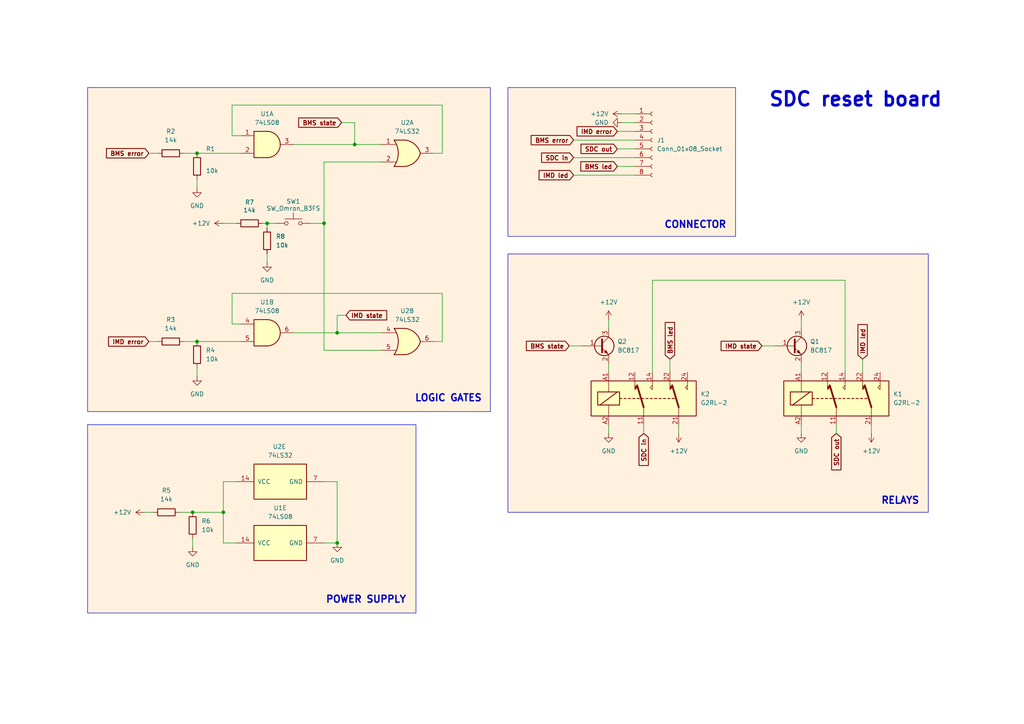
<source format=kicad_sch>
(kicad_sch
	(version 20231120)
	(generator "eeschema")
	(generator_version "8.0")
	(uuid "293d776b-2b69-49be-bafa-7c79565ce9ef")
	(paper "A4")
	(title_block
		(title "SDC reset")
		(date "2024-08-10")
		(company "Martí Xuclà Pinyol")
	)
	(lib_symbols
		(symbol "74xx:74LS08"
			(pin_names
				(offset 1.016)
			)
			(exclude_from_sim no)
			(in_bom yes)
			(on_board yes)
			(property "Reference" "U"
				(at 0 1.27 0)
				(effects
					(font
						(size 1.27 1.27)
					)
				)
			)
			(property "Value" "74LS08"
				(at 0 -1.27 0)
				(effects
					(font
						(size 1.27 1.27)
					)
				)
			)
			(property "Footprint" ""
				(at 0 0 0)
				(effects
					(font
						(size 1.27 1.27)
					)
					(hide yes)
				)
			)
			(property "Datasheet" "http://www.ti.com/lit/gpn/sn74LS08"
				(at 0 0 0)
				(effects
					(font
						(size 1.27 1.27)
					)
					(hide yes)
				)
			)
			(property "Description" "Quad And2"
				(at 0 0 0)
				(effects
					(font
						(size 1.27 1.27)
					)
					(hide yes)
				)
			)
			(property "ki_locked" ""
				(at 0 0 0)
				(effects
					(font
						(size 1.27 1.27)
					)
				)
			)
			(property "ki_keywords" "TTL and2"
				(at 0 0 0)
				(effects
					(font
						(size 1.27 1.27)
					)
					(hide yes)
				)
			)
			(property "ki_fp_filters" "DIP*W7.62mm*"
				(at 0 0 0)
				(effects
					(font
						(size 1.27 1.27)
					)
					(hide yes)
				)
			)
			(symbol "74LS08_1_1"
				(arc
					(start 0 -3.81)
					(mid 3.7934 0)
					(end 0 3.81)
					(stroke
						(width 0.254)
						(type default)
					)
					(fill
						(type background)
					)
				)
				(polyline
					(pts
						(xy 0 3.81) (xy -3.81 3.81) (xy -3.81 -3.81) (xy 0 -3.81)
					)
					(stroke
						(width 0.254)
						(type default)
					)
					(fill
						(type background)
					)
				)
				(pin input line
					(at -7.62 2.54 0)
					(length 3.81)
					(name "~"
						(effects
							(font
								(size 1.27 1.27)
							)
						)
					)
					(number "1"
						(effects
							(font
								(size 1.27 1.27)
							)
						)
					)
				)
				(pin input line
					(at -7.62 -2.54 0)
					(length 3.81)
					(name "~"
						(effects
							(font
								(size 1.27 1.27)
							)
						)
					)
					(number "2"
						(effects
							(font
								(size 1.27 1.27)
							)
						)
					)
				)
				(pin output line
					(at 7.62 0 180)
					(length 3.81)
					(name "~"
						(effects
							(font
								(size 1.27 1.27)
							)
						)
					)
					(number "3"
						(effects
							(font
								(size 1.27 1.27)
							)
						)
					)
				)
			)
			(symbol "74LS08_1_2"
				(arc
					(start -3.81 -3.81)
					(mid -2.589 0)
					(end -3.81 3.81)
					(stroke
						(width 0.254)
						(type default)
					)
					(fill
						(type none)
					)
				)
				(arc
					(start -0.6096 -3.81)
					(mid 2.1842 -2.5851)
					(end 3.81 0)
					(stroke
						(width 0.254)
						(type default)
					)
					(fill
						(type background)
					)
				)
				(polyline
					(pts
						(xy -3.81 -3.81) (xy -0.635 -3.81)
					)
					(stroke
						(width 0.254)
						(type default)
					)
					(fill
						(type background)
					)
				)
				(polyline
					(pts
						(xy -3.81 3.81) (xy -0.635 3.81)
					)
					(stroke
						(width 0.254)
						(type default)
					)
					(fill
						(type background)
					)
				)
				(polyline
					(pts
						(xy -0.635 3.81) (xy -3.81 3.81) (xy -3.81 3.81) (xy -3.556 3.4036) (xy -3.0226 2.2606) (xy -2.6924 1.0414)
						(xy -2.6162 -0.254) (xy -2.7686 -1.4986) (xy -3.175 -2.7178) (xy -3.81 -3.81) (xy -3.81 -3.81)
						(xy -0.635 -3.81)
					)
					(stroke
						(width -25.4)
						(type default)
					)
					(fill
						(type background)
					)
				)
				(arc
					(start 3.81 0)
					(mid 2.1915 2.5936)
					(end -0.6096 3.81)
					(stroke
						(width 0.254)
						(type default)
					)
					(fill
						(type background)
					)
				)
				(pin input inverted
					(at -7.62 2.54 0)
					(length 4.318)
					(name "~"
						(effects
							(font
								(size 1.27 1.27)
							)
						)
					)
					(number "1"
						(effects
							(font
								(size 1.27 1.27)
							)
						)
					)
				)
				(pin input inverted
					(at -7.62 -2.54 0)
					(length 4.318)
					(name "~"
						(effects
							(font
								(size 1.27 1.27)
							)
						)
					)
					(number "2"
						(effects
							(font
								(size 1.27 1.27)
							)
						)
					)
				)
				(pin output inverted
					(at 7.62 0 180)
					(length 3.81)
					(name "~"
						(effects
							(font
								(size 1.27 1.27)
							)
						)
					)
					(number "3"
						(effects
							(font
								(size 1.27 1.27)
							)
						)
					)
				)
			)
			(symbol "74LS08_2_1"
				(arc
					(start 0 -3.81)
					(mid 3.7934 0)
					(end 0 3.81)
					(stroke
						(width 0.254)
						(type default)
					)
					(fill
						(type background)
					)
				)
				(polyline
					(pts
						(xy 0 3.81) (xy -3.81 3.81) (xy -3.81 -3.81) (xy 0 -3.81)
					)
					(stroke
						(width 0.254)
						(type default)
					)
					(fill
						(type background)
					)
				)
				(pin input line
					(at -7.62 2.54 0)
					(length 3.81)
					(name "~"
						(effects
							(font
								(size 1.27 1.27)
							)
						)
					)
					(number "4"
						(effects
							(font
								(size 1.27 1.27)
							)
						)
					)
				)
				(pin input line
					(at -7.62 -2.54 0)
					(length 3.81)
					(name "~"
						(effects
							(font
								(size 1.27 1.27)
							)
						)
					)
					(number "5"
						(effects
							(font
								(size 1.27 1.27)
							)
						)
					)
				)
				(pin output line
					(at 7.62 0 180)
					(length 3.81)
					(name "~"
						(effects
							(font
								(size 1.27 1.27)
							)
						)
					)
					(number "6"
						(effects
							(font
								(size 1.27 1.27)
							)
						)
					)
				)
			)
			(symbol "74LS08_2_2"
				(arc
					(start -3.81 -3.81)
					(mid -2.589 0)
					(end -3.81 3.81)
					(stroke
						(width 0.254)
						(type default)
					)
					(fill
						(type none)
					)
				)
				(arc
					(start -0.6096 -3.81)
					(mid 2.1842 -2.5851)
					(end 3.81 0)
					(stroke
						(width 0.254)
						(type default)
					)
					(fill
						(type background)
					)
				)
				(polyline
					(pts
						(xy -3.81 -3.81) (xy -0.635 -3.81)
					)
					(stroke
						(width 0.254)
						(type default)
					)
					(fill
						(type background)
					)
				)
				(polyline
					(pts
						(xy -3.81 3.81) (xy -0.635 3.81)
					)
					(stroke
						(width 0.254)
						(type default)
					)
					(fill
						(type background)
					)
				)
				(polyline
					(pts
						(xy -0.635 3.81) (xy -3.81 3.81) (xy -3.81 3.81) (xy -3.556 3.4036) (xy -3.0226 2.2606) (xy -2.6924 1.0414)
						(xy -2.6162 -0.254) (xy -2.7686 -1.4986) (xy -3.175 -2.7178) (xy -3.81 -3.81) (xy -3.81 -3.81)
						(xy -0.635 -3.81)
					)
					(stroke
						(width -25.4)
						(type default)
					)
					(fill
						(type background)
					)
				)
				(arc
					(start 3.81 0)
					(mid 2.1915 2.5936)
					(end -0.6096 3.81)
					(stroke
						(width 0.254)
						(type default)
					)
					(fill
						(type background)
					)
				)
				(pin input inverted
					(at -7.62 2.54 0)
					(length 4.318)
					(name "~"
						(effects
							(font
								(size 1.27 1.27)
							)
						)
					)
					(number "4"
						(effects
							(font
								(size 1.27 1.27)
							)
						)
					)
				)
				(pin input inverted
					(at -7.62 -2.54 0)
					(length 4.318)
					(name "~"
						(effects
							(font
								(size 1.27 1.27)
							)
						)
					)
					(number "5"
						(effects
							(font
								(size 1.27 1.27)
							)
						)
					)
				)
				(pin output inverted
					(at 7.62 0 180)
					(length 3.81)
					(name "~"
						(effects
							(font
								(size 1.27 1.27)
							)
						)
					)
					(number "6"
						(effects
							(font
								(size 1.27 1.27)
							)
						)
					)
				)
			)
			(symbol "74LS08_3_1"
				(arc
					(start 0 -3.81)
					(mid 3.7934 0)
					(end 0 3.81)
					(stroke
						(width 0.254)
						(type default)
					)
					(fill
						(type background)
					)
				)
				(polyline
					(pts
						(xy 0 3.81) (xy -3.81 3.81) (xy -3.81 -3.81) (xy 0 -3.81)
					)
					(stroke
						(width 0.254)
						(type default)
					)
					(fill
						(type background)
					)
				)
				(pin input line
					(at -7.62 -2.54 0)
					(length 3.81)
					(name "~"
						(effects
							(font
								(size 1.27 1.27)
							)
						)
					)
					(number "10"
						(effects
							(font
								(size 1.27 1.27)
							)
						)
					)
				)
				(pin output line
					(at 7.62 0 180)
					(length 3.81)
					(name "~"
						(effects
							(font
								(size 1.27 1.27)
							)
						)
					)
					(number "8"
						(effects
							(font
								(size 1.27 1.27)
							)
						)
					)
				)
				(pin input line
					(at -7.62 2.54 0)
					(length 3.81)
					(name "~"
						(effects
							(font
								(size 1.27 1.27)
							)
						)
					)
					(number "9"
						(effects
							(font
								(size 1.27 1.27)
							)
						)
					)
				)
			)
			(symbol "74LS08_3_2"
				(arc
					(start -3.81 -3.81)
					(mid -2.589 0)
					(end -3.81 3.81)
					(stroke
						(width 0.254)
						(type default)
					)
					(fill
						(type none)
					)
				)
				(arc
					(start -0.6096 -3.81)
					(mid 2.1842 -2.5851)
					(end 3.81 0)
					(stroke
						(width 0.254)
						(type default)
					)
					(fill
						(type background)
					)
				)
				(polyline
					(pts
						(xy -3.81 -3.81) (xy -0.635 -3.81)
					)
					(stroke
						(width 0.254)
						(type default)
					)
					(fill
						(type background)
					)
				)
				(polyline
					(pts
						(xy -3.81 3.81) (xy -0.635 3.81)
					)
					(stroke
						(width 0.254)
						(type default)
					)
					(fill
						(type background)
					)
				)
				(polyline
					(pts
						(xy -0.635 3.81) (xy -3.81 3.81) (xy -3.81 3.81) (xy -3.556 3.4036) (xy -3.0226 2.2606) (xy -2.6924 1.0414)
						(xy -2.6162 -0.254) (xy -2.7686 -1.4986) (xy -3.175 -2.7178) (xy -3.81 -3.81) (xy -3.81 -3.81)
						(xy -0.635 -3.81)
					)
					(stroke
						(width -25.4)
						(type default)
					)
					(fill
						(type background)
					)
				)
				(arc
					(start 3.81 0)
					(mid 2.1915 2.5936)
					(end -0.6096 3.81)
					(stroke
						(width 0.254)
						(type default)
					)
					(fill
						(type background)
					)
				)
				(pin input inverted
					(at -7.62 -2.54 0)
					(length 4.318)
					(name "~"
						(effects
							(font
								(size 1.27 1.27)
							)
						)
					)
					(number "10"
						(effects
							(font
								(size 1.27 1.27)
							)
						)
					)
				)
				(pin output inverted
					(at 7.62 0 180)
					(length 3.81)
					(name "~"
						(effects
							(font
								(size 1.27 1.27)
							)
						)
					)
					(number "8"
						(effects
							(font
								(size 1.27 1.27)
							)
						)
					)
				)
				(pin input inverted
					(at -7.62 2.54 0)
					(length 4.318)
					(name "~"
						(effects
							(font
								(size 1.27 1.27)
							)
						)
					)
					(number "9"
						(effects
							(font
								(size 1.27 1.27)
							)
						)
					)
				)
			)
			(symbol "74LS08_4_1"
				(arc
					(start 0 -3.81)
					(mid 3.7934 0)
					(end 0 3.81)
					(stroke
						(width 0.254)
						(type default)
					)
					(fill
						(type background)
					)
				)
				(polyline
					(pts
						(xy 0 3.81) (xy -3.81 3.81) (xy -3.81 -3.81) (xy 0 -3.81)
					)
					(stroke
						(width 0.254)
						(type default)
					)
					(fill
						(type background)
					)
				)
				(pin output line
					(at 7.62 0 180)
					(length 3.81)
					(name "~"
						(effects
							(font
								(size 1.27 1.27)
							)
						)
					)
					(number "11"
						(effects
							(font
								(size 1.27 1.27)
							)
						)
					)
				)
				(pin input line
					(at -7.62 2.54 0)
					(length 3.81)
					(name "~"
						(effects
							(font
								(size 1.27 1.27)
							)
						)
					)
					(number "12"
						(effects
							(font
								(size 1.27 1.27)
							)
						)
					)
				)
				(pin input line
					(at -7.62 -2.54 0)
					(length 3.81)
					(name "~"
						(effects
							(font
								(size 1.27 1.27)
							)
						)
					)
					(number "13"
						(effects
							(font
								(size 1.27 1.27)
							)
						)
					)
				)
			)
			(symbol "74LS08_4_2"
				(arc
					(start -3.81 -3.81)
					(mid -2.589 0)
					(end -3.81 3.81)
					(stroke
						(width 0.254)
						(type default)
					)
					(fill
						(type none)
					)
				)
				(arc
					(start -0.6096 -3.81)
					(mid 2.1842 -2.5851)
					(end 3.81 0)
					(stroke
						(width 0.254)
						(type default)
					)
					(fill
						(type background)
					)
				)
				(polyline
					(pts
						(xy -3.81 -3.81) (xy -0.635 -3.81)
					)
					(stroke
						(width 0.254)
						(type default)
					)
					(fill
						(type background)
					)
				)
				(polyline
					(pts
						(xy -3.81 3.81) (xy -0.635 3.81)
					)
					(stroke
						(width 0.254)
						(type default)
					)
					(fill
						(type background)
					)
				)
				(polyline
					(pts
						(xy -0.635 3.81) (xy -3.81 3.81) (xy -3.81 3.81) (xy -3.556 3.4036) (xy -3.0226 2.2606) (xy -2.6924 1.0414)
						(xy -2.6162 -0.254) (xy -2.7686 -1.4986) (xy -3.175 -2.7178) (xy -3.81 -3.81) (xy -3.81 -3.81)
						(xy -0.635 -3.81)
					)
					(stroke
						(width -25.4)
						(type default)
					)
					(fill
						(type background)
					)
				)
				(arc
					(start 3.81 0)
					(mid 2.1915 2.5936)
					(end -0.6096 3.81)
					(stroke
						(width 0.254)
						(type default)
					)
					(fill
						(type background)
					)
				)
				(pin output inverted
					(at 7.62 0 180)
					(length 3.81)
					(name "~"
						(effects
							(font
								(size 1.27 1.27)
							)
						)
					)
					(number "11"
						(effects
							(font
								(size 1.27 1.27)
							)
						)
					)
				)
				(pin input inverted
					(at -7.62 2.54 0)
					(length 4.318)
					(name "~"
						(effects
							(font
								(size 1.27 1.27)
							)
						)
					)
					(number "12"
						(effects
							(font
								(size 1.27 1.27)
							)
						)
					)
				)
				(pin input inverted
					(at -7.62 -2.54 0)
					(length 4.318)
					(name "~"
						(effects
							(font
								(size 1.27 1.27)
							)
						)
					)
					(number "13"
						(effects
							(font
								(size 1.27 1.27)
							)
						)
					)
				)
			)
			(symbol "74LS08_5_0"
				(pin power_in line
					(at 0 12.7 270)
					(length 5.08)
					(name "VCC"
						(effects
							(font
								(size 1.27 1.27)
							)
						)
					)
					(number "14"
						(effects
							(font
								(size 1.27 1.27)
							)
						)
					)
				)
				(pin power_in line
					(at 0 -12.7 90)
					(length 5.08)
					(name "GND"
						(effects
							(font
								(size 1.27 1.27)
							)
						)
					)
					(number "7"
						(effects
							(font
								(size 1.27 1.27)
							)
						)
					)
				)
			)
			(symbol "74LS08_5_1"
				(rectangle
					(start -5.08 7.62)
					(end 5.08 -7.62)
					(stroke
						(width 0.254)
						(type default)
					)
					(fill
						(type background)
					)
				)
			)
		)
		(symbol "74xx:74LS32"
			(pin_names
				(offset 1.016)
			)
			(exclude_from_sim no)
			(in_bom yes)
			(on_board yes)
			(property "Reference" "U"
				(at 0 1.27 0)
				(effects
					(font
						(size 1.27 1.27)
					)
				)
			)
			(property "Value" "74LS32"
				(at 0 -1.27 0)
				(effects
					(font
						(size 1.27 1.27)
					)
				)
			)
			(property "Footprint" ""
				(at 0 0 0)
				(effects
					(font
						(size 1.27 1.27)
					)
					(hide yes)
				)
			)
			(property "Datasheet" "http://www.ti.com/lit/gpn/sn74LS32"
				(at 0 0 0)
				(effects
					(font
						(size 1.27 1.27)
					)
					(hide yes)
				)
			)
			(property "Description" "Quad 2-input OR"
				(at 0 0 0)
				(effects
					(font
						(size 1.27 1.27)
					)
					(hide yes)
				)
			)
			(property "ki_locked" ""
				(at 0 0 0)
				(effects
					(font
						(size 1.27 1.27)
					)
				)
			)
			(property "ki_keywords" "TTL Or2"
				(at 0 0 0)
				(effects
					(font
						(size 1.27 1.27)
					)
					(hide yes)
				)
			)
			(property "ki_fp_filters" "DIP?14*"
				(at 0 0 0)
				(effects
					(font
						(size 1.27 1.27)
					)
					(hide yes)
				)
			)
			(symbol "74LS32_1_1"
				(arc
					(start -3.81 -3.81)
					(mid -2.589 0)
					(end -3.81 3.81)
					(stroke
						(width 0.254)
						(type default)
					)
					(fill
						(type none)
					)
				)
				(arc
					(start -0.6096 -3.81)
					(mid 2.1842 -2.5851)
					(end 3.81 0)
					(stroke
						(width 0.254)
						(type default)
					)
					(fill
						(type background)
					)
				)
				(polyline
					(pts
						(xy -3.81 -3.81) (xy -0.635 -3.81)
					)
					(stroke
						(width 0.254)
						(type default)
					)
					(fill
						(type background)
					)
				)
				(polyline
					(pts
						(xy -3.81 3.81) (xy -0.635 3.81)
					)
					(stroke
						(width 0.254)
						(type default)
					)
					(fill
						(type background)
					)
				)
				(polyline
					(pts
						(xy -0.635 3.81) (xy -3.81 3.81) (xy -3.81 3.81) (xy -3.556 3.4036) (xy -3.0226 2.2606) (xy -2.6924 1.0414)
						(xy -2.6162 -0.254) (xy -2.7686 -1.4986) (xy -3.175 -2.7178) (xy -3.81 -3.81) (xy -3.81 -3.81)
						(xy -0.635 -3.81)
					)
					(stroke
						(width -25.4)
						(type default)
					)
					(fill
						(type background)
					)
				)
				(arc
					(start 3.81 0)
					(mid 2.1915 2.5936)
					(end -0.6096 3.81)
					(stroke
						(width 0.254)
						(type default)
					)
					(fill
						(type background)
					)
				)
				(pin input line
					(at -7.62 2.54 0)
					(length 4.318)
					(name "~"
						(effects
							(font
								(size 1.27 1.27)
							)
						)
					)
					(number "1"
						(effects
							(font
								(size 1.27 1.27)
							)
						)
					)
				)
				(pin input line
					(at -7.62 -2.54 0)
					(length 4.318)
					(name "~"
						(effects
							(font
								(size 1.27 1.27)
							)
						)
					)
					(number "2"
						(effects
							(font
								(size 1.27 1.27)
							)
						)
					)
				)
				(pin output line
					(at 7.62 0 180)
					(length 3.81)
					(name "~"
						(effects
							(font
								(size 1.27 1.27)
							)
						)
					)
					(number "3"
						(effects
							(font
								(size 1.27 1.27)
							)
						)
					)
				)
			)
			(symbol "74LS32_1_2"
				(arc
					(start 0 -3.81)
					(mid 3.7934 0)
					(end 0 3.81)
					(stroke
						(width 0.254)
						(type default)
					)
					(fill
						(type background)
					)
				)
				(polyline
					(pts
						(xy 0 3.81) (xy -3.81 3.81) (xy -3.81 -3.81) (xy 0 -3.81)
					)
					(stroke
						(width 0.254)
						(type default)
					)
					(fill
						(type background)
					)
				)
				(pin input inverted
					(at -7.62 2.54 0)
					(length 3.81)
					(name "~"
						(effects
							(font
								(size 1.27 1.27)
							)
						)
					)
					(number "1"
						(effects
							(font
								(size 1.27 1.27)
							)
						)
					)
				)
				(pin input inverted
					(at -7.62 -2.54 0)
					(length 3.81)
					(name "~"
						(effects
							(font
								(size 1.27 1.27)
							)
						)
					)
					(number "2"
						(effects
							(font
								(size 1.27 1.27)
							)
						)
					)
				)
				(pin output inverted
					(at 7.62 0 180)
					(length 3.81)
					(name "~"
						(effects
							(font
								(size 1.27 1.27)
							)
						)
					)
					(number "3"
						(effects
							(font
								(size 1.27 1.27)
							)
						)
					)
				)
			)
			(symbol "74LS32_2_1"
				(arc
					(start -3.81 -3.81)
					(mid -2.589 0)
					(end -3.81 3.81)
					(stroke
						(width 0.254)
						(type default)
					)
					(fill
						(type none)
					)
				)
				(arc
					(start -0.6096 -3.81)
					(mid 2.1842 -2.5851)
					(end 3.81 0)
					(stroke
						(width 0.254)
						(type default)
					)
					(fill
						(type background)
					)
				)
				(polyline
					(pts
						(xy -3.81 -3.81) (xy -0.635 -3.81)
					)
					(stroke
						(width 0.254)
						(type default)
					)
					(fill
						(type background)
					)
				)
				(polyline
					(pts
						(xy -3.81 3.81) (xy -0.635 3.81)
					)
					(stroke
						(width 0.254)
						(type default)
					)
					(fill
						(type background)
					)
				)
				(polyline
					(pts
						(xy -0.635 3.81) (xy -3.81 3.81) (xy -3.81 3.81) (xy -3.556 3.4036) (xy -3.0226 2.2606) (xy -2.6924 1.0414)
						(xy -2.6162 -0.254) (xy -2.7686 -1.4986) (xy -3.175 -2.7178) (xy -3.81 -3.81) (xy -3.81 -3.81)
						(xy -0.635 -3.81)
					)
					(stroke
						(width -25.4)
						(type default)
					)
					(fill
						(type background)
					)
				)
				(arc
					(start 3.81 0)
					(mid 2.1915 2.5936)
					(end -0.6096 3.81)
					(stroke
						(width 0.254)
						(type default)
					)
					(fill
						(type background)
					)
				)
				(pin input line
					(at -7.62 2.54 0)
					(length 4.318)
					(name "~"
						(effects
							(font
								(size 1.27 1.27)
							)
						)
					)
					(number "4"
						(effects
							(font
								(size 1.27 1.27)
							)
						)
					)
				)
				(pin input line
					(at -7.62 -2.54 0)
					(length 4.318)
					(name "~"
						(effects
							(font
								(size 1.27 1.27)
							)
						)
					)
					(number "5"
						(effects
							(font
								(size 1.27 1.27)
							)
						)
					)
				)
				(pin output line
					(at 7.62 0 180)
					(length 3.81)
					(name "~"
						(effects
							(font
								(size 1.27 1.27)
							)
						)
					)
					(number "6"
						(effects
							(font
								(size 1.27 1.27)
							)
						)
					)
				)
			)
			(symbol "74LS32_2_2"
				(arc
					(start 0 -3.81)
					(mid 3.7934 0)
					(end 0 3.81)
					(stroke
						(width 0.254)
						(type default)
					)
					(fill
						(type background)
					)
				)
				(polyline
					(pts
						(xy 0 3.81) (xy -3.81 3.81) (xy -3.81 -3.81) (xy 0 -3.81)
					)
					(stroke
						(width 0.254)
						(type default)
					)
					(fill
						(type background)
					)
				)
				(pin input inverted
					(at -7.62 2.54 0)
					(length 3.81)
					(name "~"
						(effects
							(font
								(size 1.27 1.27)
							)
						)
					)
					(number "4"
						(effects
							(font
								(size 1.27 1.27)
							)
						)
					)
				)
				(pin input inverted
					(at -7.62 -2.54 0)
					(length 3.81)
					(name "~"
						(effects
							(font
								(size 1.27 1.27)
							)
						)
					)
					(number "5"
						(effects
							(font
								(size 1.27 1.27)
							)
						)
					)
				)
				(pin output inverted
					(at 7.62 0 180)
					(length 3.81)
					(name "~"
						(effects
							(font
								(size 1.27 1.27)
							)
						)
					)
					(number "6"
						(effects
							(font
								(size 1.27 1.27)
							)
						)
					)
				)
			)
			(symbol "74LS32_3_1"
				(arc
					(start -3.81 -3.81)
					(mid -2.589 0)
					(end -3.81 3.81)
					(stroke
						(width 0.254)
						(type default)
					)
					(fill
						(type none)
					)
				)
				(arc
					(start -0.6096 -3.81)
					(mid 2.1842 -2.5851)
					(end 3.81 0)
					(stroke
						(width 0.254)
						(type default)
					)
					(fill
						(type background)
					)
				)
				(polyline
					(pts
						(xy -3.81 -3.81) (xy -0.635 -3.81)
					)
					(stroke
						(width 0.254)
						(type default)
					)
					(fill
						(type background)
					)
				)
				(polyline
					(pts
						(xy -3.81 3.81) (xy -0.635 3.81)
					)
					(stroke
						(width 0.254)
						(type default)
					)
					(fill
						(type background)
					)
				)
				(polyline
					(pts
						(xy -0.635 3.81) (xy -3.81 3.81) (xy -3.81 3.81) (xy -3.556 3.4036) (xy -3.0226 2.2606) (xy -2.6924 1.0414)
						(xy -2.6162 -0.254) (xy -2.7686 -1.4986) (xy -3.175 -2.7178) (xy -3.81 -3.81) (xy -3.81 -3.81)
						(xy -0.635 -3.81)
					)
					(stroke
						(width -25.4)
						(type default)
					)
					(fill
						(type background)
					)
				)
				(arc
					(start 3.81 0)
					(mid 2.1915 2.5936)
					(end -0.6096 3.81)
					(stroke
						(width 0.254)
						(type default)
					)
					(fill
						(type background)
					)
				)
				(pin input line
					(at -7.62 -2.54 0)
					(length 4.318)
					(name "~"
						(effects
							(font
								(size 1.27 1.27)
							)
						)
					)
					(number "10"
						(effects
							(font
								(size 1.27 1.27)
							)
						)
					)
				)
				(pin output line
					(at 7.62 0 180)
					(length 3.81)
					(name "~"
						(effects
							(font
								(size 1.27 1.27)
							)
						)
					)
					(number "8"
						(effects
							(font
								(size 1.27 1.27)
							)
						)
					)
				)
				(pin input line
					(at -7.62 2.54 0)
					(length 4.318)
					(name "~"
						(effects
							(font
								(size 1.27 1.27)
							)
						)
					)
					(number "9"
						(effects
							(font
								(size 1.27 1.27)
							)
						)
					)
				)
			)
			(symbol "74LS32_3_2"
				(arc
					(start 0 -3.81)
					(mid 3.7934 0)
					(end 0 3.81)
					(stroke
						(width 0.254)
						(type default)
					)
					(fill
						(type background)
					)
				)
				(polyline
					(pts
						(xy 0 3.81) (xy -3.81 3.81) (xy -3.81 -3.81) (xy 0 -3.81)
					)
					(stroke
						(width 0.254)
						(type default)
					)
					(fill
						(type background)
					)
				)
				(pin input inverted
					(at -7.62 -2.54 0)
					(length 3.81)
					(name "~"
						(effects
							(font
								(size 1.27 1.27)
							)
						)
					)
					(number "10"
						(effects
							(font
								(size 1.27 1.27)
							)
						)
					)
				)
				(pin output inverted
					(at 7.62 0 180)
					(length 3.81)
					(name "~"
						(effects
							(font
								(size 1.27 1.27)
							)
						)
					)
					(number "8"
						(effects
							(font
								(size 1.27 1.27)
							)
						)
					)
				)
				(pin input inverted
					(at -7.62 2.54 0)
					(length 3.81)
					(name "~"
						(effects
							(font
								(size 1.27 1.27)
							)
						)
					)
					(number "9"
						(effects
							(font
								(size 1.27 1.27)
							)
						)
					)
				)
			)
			(symbol "74LS32_4_1"
				(arc
					(start -3.81 -3.81)
					(mid -2.589 0)
					(end -3.81 3.81)
					(stroke
						(width 0.254)
						(type default)
					)
					(fill
						(type none)
					)
				)
				(arc
					(start -0.6096 -3.81)
					(mid 2.1842 -2.5851)
					(end 3.81 0)
					(stroke
						(width 0.254)
						(type default)
					)
					(fill
						(type background)
					)
				)
				(polyline
					(pts
						(xy -3.81 -3.81) (xy -0.635 -3.81)
					)
					(stroke
						(width 0.254)
						(type default)
					)
					(fill
						(type background)
					)
				)
				(polyline
					(pts
						(xy -3.81 3.81) (xy -0.635 3.81)
					)
					(stroke
						(width 0.254)
						(type default)
					)
					(fill
						(type background)
					)
				)
				(polyline
					(pts
						(xy -0.635 3.81) (xy -3.81 3.81) (xy -3.81 3.81) (xy -3.556 3.4036) (xy -3.0226 2.2606) (xy -2.6924 1.0414)
						(xy -2.6162 -0.254) (xy -2.7686 -1.4986) (xy -3.175 -2.7178) (xy -3.81 -3.81) (xy -3.81 -3.81)
						(xy -0.635 -3.81)
					)
					(stroke
						(width -25.4)
						(type default)
					)
					(fill
						(type background)
					)
				)
				(arc
					(start 3.81 0)
					(mid 2.1915 2.5936)
					(end -0.6096 3.81)
					(stroke
						(width 0.254)
						(type default)
					)
					(fill
						(type background)
					)
				)
				(pin output line
					(at 7.62 0 180)
					(length 3.81)
					(name "~"
						(effects
							(font
								(size 1.27 1.27)
							)
						)
					)
					(number "11"
						(effects
							(font
								(size 1.27 1.27)
							)
						)
					)
				)
				(pin input line
					(at -7.62 2.54 0)
					(length 4.318)
					(name "~"
						(effects
							(font
								(size 1.27 1.27)
							)
						)
					)
					(number "12"
						(effects
							(font
								(size 1.27 1.27)
							)
						)
					)
				)
				(pin input line
					(at -7.62 -2.54 0)
					(length 4.318)
					(name "~"
						(effects
							(font
								(size 1.27 1.27)
							)
						)
					)
					(number "13"
						(effects
							(font
								(size 1.27 1.27)
							)
						)
					)
				)
			)
			(symbol "74LS32_4_2"
				(arc
					(start 0 -3.81)
					(mid 3.7934 0)
					(end 0 3.81)
					(stroke
						(width 0.254)
						(type default)
					)
					(fill
						(type background)
					)
				)
				(polyline
					(pts
						(xy 0 3.81) (xy -3.81 3.81) (xy -3.81 -3.81) (xy 0 -3.81)
					)
					(stroke
						(width 0.254)
						(type default)
					)
					(fill
						(type background)
					)
				)
				(pin output inverted
					(at 7.62 0 180)
					(length 3.81)
					(name "~"
						(effects
							(font
								(size 1.27 1.27)
							)
						)
					)
					(number "11"
						(effects
							(font
								(size 1.27 1.27)
							)
						)
					)
				)
				(pin input inverted
					(at -7.62 2.54 0)
					(length 3.81)
					(name "~"
						(effects
							(font
								(size 1.27 1.27)
							)
						)
					)
					(number "12"
						(effects
							(font
								(size 1.27 1.27)
							)
						)
					)
				)
				(pin input inverted
					(at -7.62 -2.54 0)
					(length 3.81)
					(name "~"
						(effects
							(font
								(size 1.27 1.27)
							)
						)
					)
					(number "13"
						(effects
							(font
								(size 1.27 1.27)
							)
						)
					)
				)
			)
			(symbol "74LS32_5_0"
				(pin power_in line
					(at 0 12.7 270)
					(length 5.08)
					(name "VCC"
						(effects
							(font
								(size 1.27 1.27)
							)
						)
					)
					(number "14"
						(effects
							(font
								(size 1.27 1.27)
							)
						)
					)
				)
				(pin power_in line
					(at 0 -12.7 90)
					(length 5.08)
					(name "GND"
						(effects
							(font
								(size 1.27 1.27)
							)
						)
					)
					(number "7"
						(effects
							(font
								(size 1.27 1.27)
							)
						)
					)
				)
			)
			(symbol "74LS32_5_1"
				(rectangle
					(start -5.08 7.62)
					(end 5.08 -7.62)
					(stroke
						(width 0.254)
						(type default)
					)
					(fill
						(type background)
					)
				)
			)
		)
		(symbol "Connector:Conn_01x08_Socket"
			(pin_names
				(offset 1.016) hide)
			(exclude_from_sim no)
			(in_bom yes)
			(on_board yes)
			(property "Reference" "J"
				(at 0 10.16 0)
				(effects
					(font
						(size 1.27 1.27)
					)
				)
			)
			(property "Value" "Conn_01x08_Socket"
				(at 0 -12.7 0)
				(effects
					(font
						(size 1.27 1.27)
					)
				)
			)
			(property "Footprint" ""
				(at 0 0 0)
				(effects
					(font
						(size 1.27 1.27)
					)
					(hide yes)
				)
			)
			(property "Datasheet" "~"
				(at 0 0 0)
				(effects
					(font
						(size 1.27 1.27)
					)
					(hide yes)
				)
			)
			(property "Description" "Generic connector, single row, 01x08, script generated"
				(at 0 0 0)
				(effects
					(font
						(size 1.27 1.27)
					)
					(hide yes)
				)
			)
			(property "ki_locked" ""
				(at 0 0 0)
				(effects
					(font
						(size 1.27 1.27)
					)
				)
			)
			(property "ki_keywords" "connector"
				(at 0 0 0)
				(effects
					(font
						(size 1.27 1.27)
					)
					(hide yes)
				)
			)
			(property "ki_fp_filters" "Connector*:*_1x??_*"
				(at 0 0 0)
				(effects
					(font
						(size 1.27 1.27)
					)
					(hide yes)
				)
			)
			(symbol "Conn_01x08_Socket_1_1"
				(arc
					(start 0 -9.652)
					(mid -0.5058 -10.16)
					(end 0 -10.668)
					(stroke
						(width 0.1524)
						(type default)
					)
					(fill
						(type none)
					)
				)
				(arc
					(start 0 -7.112)
					(mid -0.5058 -7.62)
					(end 0 -8.128)
					(stroke
						(width 0.1524)
						(type default)
					)
					(fill
						(type none)
					)
				)
				(arc
					(start 0 -4.572)
					(mid -0.5058 -5.08)
					(end 0 -5.588)
					(stroke
						(width 0.1524)
						(type default)
					)
					(fill
						(type none)
					)
				)
				(arc
					(start 0 -2.032)
					(mid -0.5058 -2.54)
					(end 0 -3.048)
					(stroke
						(width 0.1524)
						(type default)
					)
					(fill
						(type none)
					)
				)
				(polyline
					(pts
						(xy -1.27 -10.16) (xy -0.508 -10.16)
					)
					(stroke
						(width 0.1524)
						(type default)
					)
					(fill
						(type none)
					)
				)
				(polyline
					(pts
						(xy -1.27 -7.62) (xy -0.508 -7.62)
					)
					(stroke
						(width 0.1524)
						(type default)
					)
					(fill
						(type none)
					)
				)
				(polyline
					(pts
						(xy -1.27 -5.08) (xy -0.508 -5.08)
					)
					(stroke
						(width 0.1524)
						(type default)
					)
					(fill
						(type none)
					)
				)
				(polyline
					(pts
						(xy -1.27 -2.54) (xy -0.508 -2.54)
					)
					(stroke
						(width 0.1524)
						(type default)
					)
					(fill
						(type none)
					)
				)
				(polyline
					(pts
						(xy -1.27 0) (xy -0.508 0)
					)
					(stroke
						(width 0.1524)
						(type default)
					)
					(fill
						(type none)
					)
				)
				(polyline
					(pts
						(xy -1.27 2.54) (xy -0.508 2.54)
					)
					(stroke
						(width 0.1524)
						(type default)
					)
					(fill
						(type none)
					)
				)
				(polyline
					(pts
						(xy -1.27 5.08) (xy -0.508 5.08)
					)
					(stroke
						(width 0.1524)
						(type default)
					)
					(fill
						(type none)
					)
				)
				(polyline
					(pts
						(xy -1.27 7.62) (xy -0.508 7.62)
					)
					(stroke
						(width 0.1524)
						(type default)
					)
					(fill
						(type none)
					)
				)
				(arc
					(start 0 0.508)
					(mid -0.5058 0)
					(end 0 -0.508)
					(stroke
						(width 0.1524)
						(type default)
					)
					(fill
						(type none)
					)
				)
				(arc
					(start 0 3.048)
					(mid -0.5058 2.54)
					(end 0 2.032)
					(stroke
						(width 0.1524)
						(type default)
					)
					(fill
						(type none)
					)
				)
				(arc
					(start 0 5.588)
					(mid -0.5058 5.08)
					(end 0 4.572)
					(stroke
						(width 0.1524)
						(type default)
					)
					(fill
						(type none)
					)
				)
				(arc
					(start 0 8.128)
					(mid -0.5058 7.62)
					(end 0 7.112)
					(stroke
						(width 0.1524)
						(type default)
					)
					(fill
						(type none)
					)
				)
				(pin passive line
					(at -5.08 7.62 0)
					(length 3.81)
					(name "Pin_1"
						(effects
							(font
								(size 1.27 1.27)
							)
						)
					)
					(number "1"
						(effects
							(font
								(size 1.27 1.27)
							)
						)
					)
				)
				(pin passive line
					(at -5.08 5.08 0)
					(length 3.81)
					(name "Pin_2"
						(effects
							(font
								(size 1.27 1.27)
							)
						)
					)
					(number "2"
						(effects
							(font
								(size 1.27 1.27)
							)
						)
					)
				)
				(pin passive line
					(at -5.08 2.54 0)
					(length 3.81)
					(name "Pin_3"
						(effects
							(font
								(size 1.27 1.27)
							)
						)
					)
					(number "3"
						(effects
							(font
								(size 1.27 1.27)
							)
						)
					)
				)
				(pin passive line
					(at -5.08 0 0)
					(length 3.81)
					(name "Pin_4"
						(effects
							(font
								(size 1.27 1.27)
							)
						)
					)
					(number "4"
						(effects
							(font
								(size 1.27 1.27)
							)
						)
					)
				)
				(pin passive line
					(at -5.08 -2.54 0)
					(length 3.81)
					(name "Pin_5"
						(effects
							(font
								(size 1.27 1.27)
							)
						)
					)
					(number "5"
						(effects
							(font
								(size 1.27 1.27)
							)
						)
					)
				)
				(pin passive line
					(at -5.08 -5.08 0)
					(length 3.81)
					(name "Pin_6"
						(effects
							(font
								(size 1.27 1.27)
							)
						)
					)
					(number "6"
						(effects
							(font
								(size 1.27 1.27)
							)
						)
					)
				)
				(pin passive line
					(at -5.08 -7.62 0)
					(length 3.81)
					(name "Pin_7"
						(effects
							(font
								(size 1.27 1.27)
							)
						)
					)
					(number "7"
						(effects
							(font
								(size 1.27 1.27)
							)
						)
					)
				)
				(pin passive line
					(at -5.08 -10.16 0)
					(length 3.81)
					(name "Pin_8"
						(effects
							(font
								(size 1.27 1.27)
							)
						)
					)
					(number "8"
						(effects
							(font
								(size 1.27 1.27)
							)
						)
					)
				)
			)
		)
		(symbol "Device:R"
			(pin_numbers hide)
			(pin_names
				(offset 0)
			)
			(exclude_from_sim no)
			(in_bom yes)
			(on_board yes)
			(property "Reference" "R"
				(at 2.032 0 90)
				(effects
					(font
						(size 1.27 1.27)
					)
				)
			)
			(property "Value" "R"
				(at 0 0 90)
				(effects
					(font
						(size 1.27 1.27)
					)
				)
			)
			(property "Footprint" ""
				(at -1.778 0 90)
				(effects
					(font
						(size 1.27 1.27)
					)
					(hide yes)
				)
			)
			(property "Datasheet" "~"
				(at 0 0 0)
				(effects
					(font
						(size 1.27 1.27)
					)
					(hide yes)
				)
			)
			(property "Description" "Resistor"
				(at 0 0 0)
				(effects
					(font
						(size 1.27 1.27)
					)
					(hide yes)
				)
			)
			(property "ki_keywords" "R res resistor"
				(at 0 0 0)
				(effects
					(font
						(size 1.27 1.27)
					)
					(hide yes)
				)
			)
			(property "ki_fp_filters" "R_*"
				(at 0 0 0)
				(effects
					(font
						(size 1.27 1.27)
					)
					(hide yes)
				)
			)
			(symbol "R_0_1"
				(rectangle
					(start -1.016 -2.54)
					(end 1.016 2.54)
					(stroke
						(width 0.254)
						(type default)
					)
					(fill
						(type none)
					)
				)
			)
			(symbol "R_1_1"
				(pin passive line
					(at 0 3.81 270)
					(length 1.27)
					(name "~"
						(effects
							(font
								(size 1.27 1.27)
							)
						)
					)
					(number "1"
						(effects
							(font
								(size 1.27 1.27)
							)
						)
					)
				)
				(pin passive line
					(at 0 -3.81 90)
					(length 1.27)
					(name "~"
						(effects
							(font
								(size 1.27 1.27)
							)
						)
					)
					(number "2"
						(effects
							(font
								(size 1.27 1.27)
							)
						)
					)
				)
			)
		)
		(symbol "Relay:G2RL-2"
			(exclude_from_sim no)
			(in_bom yes)
			(on_board yes)
			(property "Reference" "K"
				(at 16.51 3.81 0)
				(effects
					(font
						(size 1.27 1.27)
					)
					(justify left)
				)
			)
			(property "Value" "G2RL-2"
				(at 16.51 1.27 0)
				(effects
					(font
						(size 1.27 1.27)
					)
					(justify left)
				)
			)
			(property "Footprint" "Relay_THT:Relay_DPDT_Omron_G2RL-2"
				(at 16.51 -1.27 0)
				(effects
					(font
						(size 1.27 1.27)
					)
					(justify left)
					(hide yes)
				)
			)
			(property "Datasheet" "https://omronfs.omron.com/en_US/ecb/products/pdf/en-g2rl.pdf"
				(at 0 0 0)
				(effects
					(font
						(size 1.27 1.27)
					)
					(hide yes)
				)
			)
			(property "Description" "General Purpose Low Profile Relay DPDT Through Hole, Omron G2RL series, 8A 250VAC"
				(at 0 0 0)
				(effects
					(font
						(size 1.27 1.27)
					)
					(hide yes)
				)
			)
			(property "ki_keywords" "Dual Pole Relay Omron DPDT"
				(at 0 0 0)
				(effects
					(font
						(size 1.27 1.27)
					)
					(hide yes)
				)
			)
			(property "ki_fp_filters" "Relay?DPDT?Omron?G2RL*"
				(at 0 0 0)
				(effects
					(font
						(size 1.27 1.27)
					)
					(hide yes)
				)
			)
			(symbol "G2RL-2_0_1"
				(rectangle
					(start -15.24 5.08)
					(end 15.24 -5.08)
					(stroke
						(width 0.254)
						(type default)
					)
					(fill
						(type background)
					)
				)
				(rectangle
					(start -13.335 1.905)
					(end -6.985 -1.905)
					(stroke
						(width 0.254)
						(type default)
					)
					(fill
						(type none)
					)
				)
				(polyline
					(pts
						(xy -12.7 -1.905) (xy -7.62 1.905)
					)
					(stroke
						(width 0.254)
						(type default)
					)
					(fill
						(type none)
					)
				)
				(polyline
					(pts
						(xy -10.16 -5.08) (xy -10.16 -1.905)
					)
					(stroke
						(width 0)
						(type default)
					)
					(fill
						(type none)
					)
				)
				(polyline
					(pts
						(xy -10.16 5.08) (xy -10.16 1.905)
					)
					(stroke
						(width 0)
						(type default)
					)
					(fill
						(type none)
					)
				)
				(polyline
					(pts
						(xy -6.985 0) (xy -6.35 0)
					)
					(stroke
						(width 0.254)
						(type default)
					)
					(fill
						(type none)
					)
				)
				(polyline
					(pts
						(xy -5.715 0) (xy -5.08 0)
					)
					(stroke
						(width 0.254)
						(type default)
					)
					(fill
						(type none)
					)
				)
				(polyline
					(pts
						(xy -4.445 0) (xy -3.81 0)
					)
					(stroke
						(width 0.254)
						(type default)
					)
					(fill
						(type none)
					)
				)
				(polyline
					(pts
						(xy -3.175 0) (xy -2.54 0)
					)
					(stroke
						(width 0.254)
						(type default)
					)
					(fill
						(type none)
					)
				)
				(polyline
					(pts
						(xy -1.905 0) (xy -1.27 0)
					)
					(stroke
						(width 0.254)
						(type default)
					)
					(fill
						(type none)
					)
				)
				(polyline
					(pts
						(xy -0.635 0) (xy 0 0)
					)
					(stroke
						(width 0.254)
						(type default)
					)
					(fill
						(type none)
					)
				)
				(polyline
					(pts
						(xy 0 -2.54) (xy -1.905 3.81)
					)
					(stroke
						(width 0.508)
						(type default)
					)
					(fill
						(type none)
					)
				)
				(polyline
					(pts
						(xy 0 -2.54) (xy 0 -5.08)
					)
					(stroke
						(width 0)
						(type default)
					)
					(fill
						(type none)
					)
				)
				(polyline
					(pts
						(xy 0.635 0) (xy 1.27 0)
					)
					(stroke
						(width 0.254)
						(type default)
					)
					(fill
						(type none)
					)
				)
				(polyline
					(pts
						(xy 1.905 0) (xy 2.54 0)
					)
					(stroke
						(width 0.254)
						(type default)
					)
					(fill
						(type none)
					)
				)
				(polyline
					(pts
						(xy 3.175 0) (xy 3.81 0)
					)
					(stroke
						(width 0.254)
						(type default)
					)
					(fill
						(type none)
					)
				)
				(polyline
					(pts
						(xy 4.445 0) (xy 5.08 0)
					)
					(stroke
						(width 0.254)
						(type default)
					)
					(fill
						(type none)
					)
				)
				(polyline
					(pts
						(xy 5.715 0) (xy 6.35 0)
					)
					(stroke
						(width 0.254)
						(type default)
					)
					(fill
						(type none)
					)
				)
				(polyline
					(pts
						(xy 6.985 0) (xy 7.62 0)
					)
					(stroke
						(width 0.254)
						(type default)
					)
					(fill
						(type none)
					)
				)
				(polyline
					(pts
						(xy 8.255 0) (xy 8.89 0)
					)
					(stroke
						(width 0.254)
						(type default)
					)
					(fill
						(type none)
					)
				)
				(polyline
					(pts
						(xy 10.16 -2.54) (xy 8.255 3.81)
					)
					(stroke
						(width 0.508)
						(type default)
					)
					(fill
						(type none)
					)
				)
				(polyline
					(pts
						(xy 10.16 -2.54) (xy 10.16 -5.08)
					)
					(stroke
						(width 0)
						(type default)
					)
					(fill
						(type none)
					)
				)
				(polyline
					(pts
						(xy -2.54 5.08) (xy -2.54 2.54) (xy -1.905 3.175) (xy -2.54 3.81)
					)
					(stroke
						(width 0)
						(type default)
					)
					(fill
						(type outline)
					)
				)
				(polyline
					(pts
						(xy 2.54 5.08) (xy 2.54 2.54) (xy 1.905 3.175) (xy 2.54 3.81)
					)
					(stroke
						(width 0)
						(type default)
					)
					(fill
						(type none)
					)
				)
				(polyline
					(pts
						(xy 7.62 5.08) (xy 7.62 2.54) (xy 8.255 3.175) (xy 7.62 3.81)
					)
					(stroke
						(width 0)
						(type default)
					)
					(fill
						(type outline)
					)
				)
				(polyline
					(pts
						(xy 12.7 5.08) (xy 12.7 2.54) (xy 12.065 3.175) (xy 12.7 3.81)
					)
					(stroke
						(width 0)
						(type default)
					)
					(fill
						(type none)
					)
				)
			)
			(symbol "G2RL-2_1_1"
				(pin passive line
					(at 0 -7.62 90)
					(length 2.54)
					(name "~"
						(effects
							(font
								(size 1.27 1.27)
							)
						)
					)
					(number "11"
						(effects
							(font
								(size 1.27 1.27)
							)
						)
					)
				)
				(pin passive line
					(at -2.54 7.62 270)
					(length 2.54)
					(name "~"
						(effects
							(font
								(size 1.27 1.27)
							)
						)
					)
					(number "12"
						(effects
							(font
								(size 1.27 1.27)
							)
						)
					)
				)
				(pin passive line
					(at 2.54 7.62 270)
					(length 2.54)
					(name "~"
						(effects
							(font
								(size 1.27 1.27)
							)
						)
					)
					(number "14"
						(effects
							(font
								(size 1.27 1.27)
							)
						)
					)
				)
				(pin passive line
					(at 10.16 -7.62 90)
					(length 2.54)
					(name "~"
						(effects
							(font
								(size 1.27 1.27)
							)
						)
					)
					(number "21"
						(effects
							(font
								(size 1.27 1.27)
							)
						)
					)
				)
				(pin passive line
					(at 7.62 7.62 270)
					(length 2.54)
					(name "~"
						(effects
							(font
								(size 1.27 1.27)
							)
						)
					)
					(number "22"
						(effects
							(font
								(size 1.27 1.27)
							)
						)
					)
				)
				(pin passive line
					(at 12.7 7.62 270)
					(length 2.54)
					(name "~"
						(effects
							(font
								(size 1.27 1.27)
							)
						)
					)
					(number "24"
						(effects
							(font
								(size 1.27 1.27)
							)
						)
					)
				)
				(pin passive line
					(at -10.16 7.62 270)
					(length 2.54)
					(name "~"
						(effects
							(font
								(size 1.27 1.27)
							)
						)
					)
					(number "A1"
						(effects
							(font
								(size 1.27 1.27)
							)
						)
					)
				)
				(pin passive line
					(at -10.16 -7.62 90)
					(length 2.54)
					(name "~"
						(effects
							(font
								(size 1.27 1.27)
							)
						)
					)
					(number "A2"
						(effects
							(font
								(size 1.27 1.27)
							)
						)
					)
				)
			)
		)
		(symbol "Switch:SW_Omron_B3FS"
			(pin_numbers hide)
			(pin_names
				(offset 1.016) hide)
			(exclude_from_sim no)
			(in_bom yes)
			(on_board yes)
			(property "Reference" "SW"
				(at 1.27 2.54 0)
				(effects
					(font
						(size 1.27 1.27)
					)
					(justify left)
				)
			)
			(property "Value" "SW_Omron_B3FS"
				(at 0 -1.524 0)
				(effects
					(font
						(size 1.27 1.27)
					)
				)
			)
			(property "Footprint" ""
				(at 0 5.08 0)
				(effects
					(font
						(size 1.27 1.27)
					)
					(hide yes)
				)
			)
			(property "Datasheet" "https://omronfs.omron.com/en_US/ecb/products/pdf/en-b3fs.pdf"
				(at 0 5.08 0)
				(effects
					(font
						(size 1.27 1.27)
					)
					(hide yes)
				)
			)
			(property "Description" "Omron B3FS 6x6mm single pole normally-open tactile switch"
				(at 0 0 0)
				(effects
					(font
						(size 1.27 1.27)
					)
					(hide yes)
				)
			)
			(property "ki_keywords" "switch normally-open pushbutton push-button"
				(at 0 0 0)
				(effects
					(font
						(size 1.27 1.27)
					)
					(hide yes)
				)
			)
			(property "ki_fp_filters" "SW*Omron*B3FS*"
				(at 0 0 0)
				(effects
					(font
						(size 1.27 1.27)
					)
					(hide yes)
				)
			)
			(symbol "SW_Omron_B3FS_0_1"
				(circle
					(center -2.032 0)
					(radius 0.508)
					(stroke
						(width 0)
						(type default)
					)
					(fill
						(type none)
					)
				)
				(polyline
					(pts
						(xy 0 1.27) (xy 0 3.048)
					)
					(stroke
						(width 0)
						(type default)
					)
					(fill
						(type none)
					)
				)
				(polyline
					(pts
						(xy 2.54 1.27) (xy -2.54 1.27)
					)
					(stroke
						(width 0)
						(type default)
					)
					(fill
						(type none)
					)
				)
				(circle
					(center 2.032 0)
					(radius 0.508)
					(stroke
						(width 0)
						(type default)
					)
					(fill
						(type none)
					)
				)
				(pin passive line
					(at -5.08 0 0)
					(length 2.54)
					(name "1"
						(effects
							(font
								(size 1.27 1.27)
							)
						)
					)
					(number "1"
						(effects
							(font
								(size 1.27 1.27)
							)
						)
					)
				)
				(pin passive line
					(at 5.08 0 180)
					(length 2.54)
					(name "2"
						(effects
							(font
								(size 1.27 1.27)
							)
						)
					)
					(number "2"
						(effects
							(font
								(size 1.27 1.27)
							)
						)
					)
				)
			)
		)
		(symbol "Transistor_BJT:BC817"
			(pin_names
				(offset 0) hide)
			(exclude_from_sim no)
			(in_bom yes)
			(on_board yes)
			(property "Reference" "Q"
				(at 5.08 1.905 0)
				(effects
					(font
						(size 1.27 1.27)
					)
					(justify left)
				)
			)
			(property "Value" "BC817"
				(at 5.08 0 0)
				(effects
					(font
						(size 1.27 1.27)
					)
					(justify left)
				)
			)
			(property "Footprint" "Package_TO_SOT_SMD:SOT-23"
				(at 5.08 -1.905 0)
				(effects
					(font
						(size 1.27 1.27)
						(italic yes)
					)
					(justify left)
					(hide yes)
				)
			)
			(property "Datasheet" "https://www.onsemi.com/pub/Collateral/BC818-D.pdf"
				(at 0 0 0)
				(effects
					(font
						(size 1.27 1.27)
					)
					(justify left)
					(hide yes)
				)
			)
			(property "Description" "0.8A Ic, 45V Vce, NPN Transistor, SOT-23"
				(at 0 0 0)
				(effects
					(font
						(size 1.27 1.27)
					)
					(hide yes)
				)
			)
			(property "ki_keywords" "NPN Transistor"
				(at 0 0 0)
				(effects
					(font
						(size 1.27 1.27)
					)
					(hide yes)
				)
			)
			(property "ki_fp_filters" "SOT?23*"
				(at 0 0 0)
				(effects
					(font
						(size 1.27 1.27)
					)
					(hide yes)
				)
			)
			(symbol "BC817_0_1"
				(polyline
					(pts
						(xy 0.635 0.635) (xy 2.54 2.54)
					)
					(stroke
						(width 0)
						(type default)
					)
					(fill
						(type none)
					)
				)
				(polyline
					(pts
						(xy 0.635 -0.635) (xy 2.54 -2.54) (xy 2.54 -2.54)
					)
					(stroke
						(width 0)
						(type default)
					)
					(fill
						(type none)
					)
				)
				(polyline
					(pts
						(xy 0.635 1.905) (xy 0.635 -1.905) (xy 0.635 -1.905)
					)
					(stroke
						(width 0.508)
						(type default)
					)
					(fill
						(type none)
					)
				)
				(polyline
					(pts
						(xy 1.27 -1.778) (xy 1.778 -1.27) (xy 2.286 -2.286) (xy 1.27 -1.778) (xy 1.27 -1.778)
					)
					(stroke
						(width 0)
						(type default)
					)
					(fill
						(type outline)
					)
				)
				(circle
					(center 1.27 0)
					(radius 2.8194)
					(stroke
						(width 0.254)
						(type default)
					)
					(fill
						(type none)
					)
				)
			)
			(symbol "BC817_1_1"
				(pin input line
					(at -5.08 0 0)
					(length 5.715)
					(name "B"
						(effects
							(font
								(size 1.27 1.27)
							)
						)
					)
					(number "1"
						(effects
							(font
								(size 1.27 1.27)
							)
						)
					)
				)
				(pin passive line
					(at 2.54 -5.08 90)
					(length 2.54)
					(name "E"
						(effects
							(font
								(size 1.27 1.27)
							)
						)
					)
					(number "2"
						(effects
							(font
								(size 1.27 1.27)
							)
						)
					)
				)
				(pin passive line
					(at 2.54 5.08 270)
					(length 2.54)
					(name "C"
						(effects
							(font
								(size 1.27 1.27)
							)
						)
					)
					(number "3"
						(effects
							(font
								(size 1.27 1.27)
							)
						)
					)
				)
			)
		)
		(symbol "power:+12V"
			(power)
			(pin_numbers hide)
			(pin_names
				(offset 0) hide)
			(exclude_from_sim no)
			(in_bom yes)
			(on_board yes)
			(property "Reference" "#PWR"
				(at 0 -3.81 0)
				(effects
					(font
						(size 1.27 1.27)
					)
					(hide yes)
				)
			)
			(property "Value" "+12V"
				(at 0 3.556 0)
				(effects
					(font
						(size 1.27 1.27)
					)
				)
			)
			(property "Footprint" ""
				(at 0 0 0)
				(effects
					(font
						(size 1.27 1.27)
					)
					(hide yes)
				)
			)
			(property "Datasheet" ""
				(at 0 0 0)
				(effects
					(font
						(size 1.27 1.27)
					)
					(hide yes)
				)
			)
			(property "Description" "Power symbol creates a global label with name \"+12V\""
				(at 0 0 0)
				(effects
					(font
						(size 1.27 1.27)
					)
					(hide yes)
				)
			)
			(property "ki_keywords" "global power"
				(at 0 0 0)
				(effects
					(font
						(size 1.27 1.27)
					)
					(hide yes)
				)
			)
			(symbol "+12V_0_1"
				(polyline
					(pts
						(xy -0.762 1.27) (xy 0 2.54)
					)
					(stroke
						(width 0)
						(type default)
					)
					(fill
						(type none)
					)
				)
				(polyline
					(pts
						(xy 0 0) (xy 0 2.54)
					)
					(stroke
						(width 0)
						(type default)
					)
					(fill
						(type none)
					)
				)
				(polyline
					(pts
						(xy 0 2.54) (xy 0.762 1.27)
					)
					(stroke
						(width 0)
						(type default)
					)
					(fill
						(type none)
					)
				)
			)
			(symbol "+12V_1_1"
				(pin power_in line
					(at 0 0 90)
					(length 0)
					(name "~"
						(effects
							(font
								(size 1.27 1.27)
							)
						)
					)
					(number "1"
						(effects
							(font
								(size 1.27 1.27)
							)
						)
					)
				)
			)
		)
		(symbol "power:GND"
			(power)
			(pin_numbers hide)
			(pin_names
				(offset 0) hide)
			(exclude_from_sim no)
			(in_bom yes)
			(on_board yes)
			(property "Reference" "#PWR"
				(at 0 -6.35 0)
				(effects
					(font
						(size 1.27 1.27)
					)
					(hide yes)
				)
			)
			(property "Value" "GND"
				(at 0 -3.81 0)
				(effects
					(font
						(size 1.27 1.27)
					)
				)
			)
			(property "Footprint" ""
				(at 0 0 0)
				(effects
					(font
						(size 1.27 1.27)
					)
					(hide yes)
				)
			)
			(property "Datasheet" ""
				(at 0 0 0)
				(effects
					(font
						(size 1.27 1.27)
					)
					(hide yes)
				)
			)
			(property "Description" "Power symbol creates a global label with name \"GND\" , ground"
				(at 0 0 0)
				(effects
					(font
						(size 1.27 1.27)
					)
					(hide yes)
				)
			)
			(property "ki_keywords" "global power"
				(at 0 0 0)
				(effects
					(font
						(size 1.27 1.27)
					)
					(hide yes)
				)
			)
			(symbol "GND_0_1"
				(polyline
					(pts
						(xy 0 0) (xy 0 -1.27) (xy 1.27 -1.27) (xy 0 -2.54) (xy -1.27 -1.27) (xy 0 -1.27)
					)
					(stroke
						(width 0)
						(type default)
					)
					(fill
						(type none)
					)
				)
			)
			(symbol "GND_1_1"
				(pin power_in line
					(at 0 0 270)
					(length 0)
					(name "~"
						(effects
							(font
								(size 1.27 1.27)
							)
						)
					)
					(number "1"
						(effects
							(font
								(size 1.27 1.27)
							)
						)
					)
				)
			)
		)
	)
	(junction
		(at 57.15 99.06)
		(diameter 0)
		(color 0 0 0 0)
		(uuid "02a55821-8cd6-4966-9fec-70c4b364ad19")
	)
	(junction
		(at 57.15 44.45)
		(diameter 0)
		(color 0 0 0 0)
		(uuid "0ad6b6b9-3104-49fa-aa78-bf18fd7b56fb")
	)
	(junction
		(at 55.88 148.59)
		(diameter 0)
		(color 0 0 0 0)
		(uuid "306c0934-eea5-439e-8847-3b101236d529")
	)
	(junction
		(at 102.87 41.91)
		(diameter 0)
		(color 0 0 0 0)
		(uuid "32e15795-e0e0-4ae1-9e0a-5cce3856c2fe")
	)
	(junction
		(at 64.77 148.59)
		(diameter 0)
		(color 0 0 0 0)
		(uuid "64ff6ab0-b9dd-4bef-8cd3-372f152122c5")
	)
	(junction
		(at 97.79 157.48)
		(diameter 0)
		(color 0 0 0 0)
		(uuid "87ce143d-3039-4221-84f3-68b1830cc3dd")
	)
	(junction
		(at 77.47 64.77)
		(diameter 0)
		(color 0 0 0 0)
		(uuid "92b1c08a-2e64-4491-8045-0e1ea106e4df")
	)
	(junction
		(at 97.79 96.52)
		(diameter 0)
		(color 0 0 0 0)
		(uuid "c41af4e8-435e-405d-885f-b84ec119cd5b")
	)
	(junction
		(at 93.98 64.77)
		(diameter 0)
		(color 0 0 0 0)
		(uuid "cf48712e-2ad7-45ca-9e6b-8a2d4170f8b3")
	)
	(wire
		(pts
			(xy 93.98 139.7) (xy 97.79 139.7)
		)
		(stroke
			(width 0)
			(type default)
		)
		(uuid "015fd8e0-dba5-440c-8e79-2396cc07bba1")
	)
	(wire
		(pts
			(xy 76.2 64.77) (xy 77.47 64.77)
		)
		(stroke
			(width 0)
			(type default)
		)
		(uuid "0175c2d5-3d77-40f0-9165-f75e1da6973a")
	)
	(wire
		(pts
			(xy 176.53 92.71) (xy 176.53 95.25)
		)
		(stroke
			(width 0)
			(type default)
		)
		(uuid "01bc74fb-e6ef-4bab-91b8-0a6bf11313ad")
	)
	(wire
		(pts
			(xy 232.41 123.19) (xy 232.41 125.73)
		)
		(stroke
			(width 0)
			(type default)
		)
		(uuid "04b90b00-95aa-4fe8-a866-3625c69a576f")
	)
	(wire
		(pts
			(xy 55.88 148.59) (xy 64.77 148.59)
		)
		(stroke
			(width 0)
			(type default)
		)
		(uuid "0c9672d3-10a3-437e-a08a-c31901cf12b7")
	)
	(wire
		(pts
			(xy 77.47 66.04) (xy 77.47 64.77)
		)
		(stroke
			(width 0)
			(type default)
		)
		(uuid "16f3d594-f9cf-4c42-85e1-9c5a7022101b")
	)
	(wire
		(pts
			(xy 166.37 40.64) (xy 184.15 40.64)
		)
		(stroke
			(width 0)
			(type default)
		)
		(uuid "1b2e4a1f-ed18-489c-854a-2b3696ccec23")
	)
	(wire
		(pts
			(xy 85.09 41.91) (xy 102.87 41.91)
		)
		(stroke
			(width 0)
			(type default)
		)
		(uuid "232a58bc-597b-4ff4-b63a-147a4dc6064a")
	)
	(wire
		(pts
			(xy 93.98 157.48) (xy 97.79 157.48)
		)
		(stroke
			(width 0)
			(type default)
		)
		(uuid "261aab20-d4b3-4c52-8671-7e2c587c95f1")
	)
	(wire
		(pts
			(xy 57.15 52.07) (xy 57.15 54.61)
		)
		(stroke
			(width 0)
			(type default)
		)
		(uuid "28996517-20b1-41a6-8658-3b1bfeb9f8cd")
	)
	(wire
		(pts
			(xy 64.77 157.48) (xy 68.58 157.48)
		)
		(stroke
			(width 0)
			(type default)
		)
		(uuid "29197c9b-728e-4b9b-978c-ea6edc566b40")
	)
	(wire
		(pts
			(xy 220.98 100.33) (xy 224.79 100.33)
		)
		(stroke
			(width 0)
			(type default)
		)
		(uuid "2d71b26b-b527-4a80-920a-2ea5d742fea1")
	)
	(wire
		(pts
			(xy 125.73 99.06) (xy 128.27 99.06)
		)
		(stroke
			(width 0)
			(type default)
		)
		(uuid "2e0e6913-8084-4f3a-a654-7a154556d26e")
	)
	(wire
		(pts
			(xy 189.23 107.95) (xy 189.23 81.28)
		)
		(stroke
			(width 0)
			(type default)
		)
		(uuid "306205dc-a484-4fed-895f-c5238eeca797")
	)
	(wire
		(pts
			(xy 90.17 64.77) (xy 93.98 64.77)
		)
		(stroke
			(width 0)
			(type default)
		)
		(uuid "36b02e59-8405-48db-ab71-7142e6b1ec1d")
	)
	(wire
		(pts
			(xy 102.87 41.91) (xy 110.49 41.91)
		)
		(stroke
			(width 0)
			(type default)
		)
		(uuid "38be074e-9375-40e5-806e-5a1ce436cc61")
	)
	(wire
		(pts
			(xy 125.73 44.45) (xy 128.27 44.45)
		)
		(stroke
			(width 0)
			(type default)
		)
		(uuid "39213ae6-c0ed-4bb2-879f-d5b6d88a92ee")
	)
	(wire
		(pts
			(xy 67.31 30.48) (xy 67.31 39.37)
		)
		(stroke
			(width 0)
			(type default)
		)
		(uuid "3f2e1358-b3ce-48da-b8fb-9a9fefe3f2e5")
	)
	(wire
		(pts
			(xy 179.07 48.26) (xy 184.15 48.26)
		)
		(stroke
			(width 0)
			(type default)
		)
		(uuid "42fc6359-80dc-422f-ac5c-0b9cb53916df")
	)
	(wire
		(pts
			(xy 128.27 44.45) (xy 128.27 30.48)
		)
		(stroke
			(width 0)
			(type default)
		)
		(uuid "445f30f6-82d9-4030-bdd4-e2b3071bb669")
	)
	(wire
		(pts
			(xy 102.87 35.56) (xy 102.87 41.91)
		)
		(stroke
			(width 0)
			(type default)
		)
		(uuid "482d5d81-0463-4950-90c8-06c983a116c3")
	)
	(wire
		(pts
			(xy 52.07 148.59) (xy 55.88 148.59)
		)
		(stroke
			(width 0)
			(type default)
		)
		(uuid "4e9e034f-cb28-403f-8457-6e2634175276")
	)
	(wire
		(pts
			(xy 64.77 139.7) (xy 64.77 148.59)
		)
		(stroke
			(width 0)
			(type default)
		)
		(uuid "53497cb1-6b62-40cf-a835-9c57d686d48b")
	)
	(wire
		(pts
			(xy 77.47 73.66) (xy 77.47 76.2)
		)
		(stroke
			(width 0)
			(type default)
		)
		(uuid "5cc4f249-041e-411a-ba7f-5c99aa5ad57f")
	)
	(wire
		(pts
			(xy 67.31 85.09) (xy 128.27 85.09)
		)
		(stroke
			(width 0)
			(type default)
		)
		(uuid "622eb304-4b8b-4730-814d-4d16fd8f8f81")
	)
	(wire
		(pts
			(xy 128.27 99.06) (xy 128.27 85.09)
		)
		(stroke
			(width 0)
			(type default)
		)
		(uuid "67b99577-fdab-45c1-94c7-a1d462767ad0")
	)
	(wire
		(pts
			(xy 97.79 96.52) (xy 110.49 96.52)
		)
		(stroke
			(width 0)
			(type default)
		)
		(uuid "67fabd70-aee6-4461-a36b-4244859ca4fe")
	)
	(wire
		(pts
			(xy 77.47 64.77) (xy 80.01 64.77)
		)
		(stroke
			(width 0)
			(type default)
		)
		(uuid "6bf6bb6e-4846-4e32-9964-c5fac25bf23a")
	)
	(wire
		(pts
			(xy 64.77 64.77) (xy 68.58 64.77)
		)
		(stroke
			(width 0)
			(type default)
		)
		(uuid "6c3a30d4-34cc-4c20-9daf-ab92741b2857")
	)
	(wire
		(pts
			(xy 245.11 81.28) (xy 245.11 107.95)
		)
		(stroke
			(width 0)
			(type default)
		)
		(uuid "6ccec116-ed93-4c61-9739-76a381e13616")
	)
	(wire
		(pts
			(xy 99.06 35.56) (xy 102.87 35.56)
		)
		(stroke
			(width 0)
			(type default)
		)
		(uuid "6ce97a45-7b67-460c-8de2-bb688d280ee1")
	)
	(wire
		(pts
			(xy 68.58 139.7) (xy 64.77 139.7)
		)
		(stroke
			(width 0)
			(type default)
		)
		(uuid "6d22f735-cdac-4167-8d24-e548e78adfae")
	)
	(wire
		(pts
			(xy 232.41 105.41) (xy 232.41 107.95)
		)
		(stroke
			(width 0)
			(type default)
		)
		(uuid "78fbf01e-8aec-4dc1-976d-eac4d86084fd")
	)
	(wire
		(pts
			(xy 53.34 44.45) (xy 57.15 44.45)
		)
		(stroke
			(width 0)
			(type default)
		)
		(uuid "7c139ad1-8439-49b4-a6ee-c23e635dc0bb")
	)
	(wire
		(pts
			(xy 179.07 43.18) (xy 184.15 43.18)
		)
		(stroke
			(width 0)
			(type default)
		)
		(uuid "88ebf3c8-6410-4d3c-9d06-2e5a2cc8f1c1")
	)
	(wire
		(pts
			(xy 85.09 96.52) (xy 97.79 96.52)
		)
		(stroke
			(width 0)
			(type default)
		)
		(uuid "8a37c05b-75ef-4a28-8989-0c752a092eb7")
	)
	(wire
		(pts
			(xy 57.15 99.06) (xy 69.85 99.06)
		)
		(stroke
			(width 0)
			(type default)
		)
		(uuid "8b0bf94e-9b98-40f6-8a47-b868917dbaed")
	)
	(wire
		(pts
			(xy 93.98 64.77) (xy 93.98 101.6)
		)
		(stroke
			(width 0)
			(type default)
		)
		(uuid "8e0864e6-23d9-4f0f-a96e-c8591ffb7e78")
	)
	(wire
		(pts
			(xy 186.69 123.19) (xy 186.69 125.73)
		)
		(stroke
			(width 0)
			(type default)
		)
		(uuid "90a12e8b-60dc-414a-978e-556749fe0501")
	)
	(wire
		(pts
			(xy 93.98 101.6) (xy 110.49 101.6)
		)
		(stroke
			(width 0)
			(type default)
		)
		(uuid "98f6f829-4f0a-40e8-8976-2ed9917212ea")
	)
	(wire
		(pts
			(xy 252.73 123.19) (xy 252.73 125.73)
		)
		(stroke
			(width 0)
			(type default)
		)
		(uuid "9cdf2cef-cca1-4b8c-b10c-d05e4d6a557b")
	)
	(wire
		(pts
			(xy 232.41 92.71) (xy 232.41 95.25)
		)
		(stroke
			(width 0)
			(type default)
		)
		(uuid "a1700ad7-7e52-4f21-8551-6a22ec06346c")
	)
	(wire
		(pts
			(xy 67.31 39.37) (xy 69.85 39.37)
		)
		(stroke
			(width 0)
			(type default)
		)
		(uuid "a47742f2-07da-443d-960b-fe97ed502162")
	)
	(wire
		(pts
			(xy 176.53 105.41) (xy 176.53 107.95)
		)
		(stroke
			(width 0)
			(type default)
		)
		(uuid "a667dcf0-51e8-4619-a682-34ea234e72d3")
	)
	(wire
		(pts
			(xy 97.79 91.44) (xy 97.79 96.52)
		)
		(stroke
			(width 0)
			(type default)
		)
		(uuid "b3de9330-ea5e-4fe2-a7fe-9d9a9dbc5202")
	)
	(wire
		(pts
			(xy 166.37 50.8) (xy 184.15 50.8)
		)
		(stroke
			(width 0)
			(type default)
		)
		(uuid "bae24f8b-40d1-41c3-a232-ba5da9e61646")
	)
	(wire
		(pts
			(xy 189.23 81.28) (xy 245.11 81.28)
		)
		(stroke
			(width 0)
			(type default)
		)
		(uuid "c21e7ab1-cb59-43f6-88e7-310d3b9670e7")
	)
	(wire
		(pts
			(xy 180.34 33.02) (xy 184.15 33.02)
		)
		(stroke
			(width 0)
			(type default)
		)
		(uuid "c2370eea-48c4-4294-9e32-812b903ff891")
	)
	(wire
		(pts
			(xy 128.27 30.48) (xy 67.31 30.48)
		)
		(stroke
			(width 0)
			(type default)
		)
		(uuid "c8d0c210-d0fe-4a0a-b940-e8c6dd2f4b70")
	)
	(wire
		(pts
			(xy 100.33 91.44) (xy 97.79 91.44)
		)
		(stroke
			(width 0)
			(type default)
		)
		(uuid "cb46944a-bd8b-43c1-a9b1-62b7d433879a")
	)
	(wire
		(pts
			(xy 97.79 139.7) (xy 97.79 157.48)
		)
		(stroke
			(width 0)
			(type default)
		)
		(uuid "cbed52c4-c431-4d0f-900d-fccb412cbbe2")
	)
	(wire
		(pts
			(xy 41.91 148.59) (xy 44.45 148.59)
		)
		(stroke
			(width 0)
			(type default)
		)
		(uuid "d08a1b52-3693-4a8c-b017-380183387515")
	)
	(wire
		(pts
			(xy 64.77 148.59) (xy 64.77 157.48)
		)
		(stroke
			(width 0)
			(type default)
		)
		(uuid "d671e7cc-0acd-45fb-af5f-dadc0e06e676")
	)
	(wire
		(pts
			(xy 180.34 35.56) (xy 184.15 35.56)
		)
		(stroke
			(width 0)
			(type default)
		)
		(uuid "db1ed856-9cdd-460c-ae38-f4817cb4d270")
	)
	(wire
		(pts
			(xy 43.18 99.06) (xy 45.72 99.06)
		)
		(stroke
			(width 0)
			(type default)
		)
		(uuid "dbe0c192-0709-47a4-aab6-48745abf6e9b")
	)
	(wire
		(pts
			(xy 242.57 123.19) (xy 242.57 125.73)
		)
		(stroke
			(width 0)
			(type default)
		)
		(uuid "dec9ba36-9f95-46ca-a509-31025984aee2")
	)
	(wire
		(pts
			(xy 194.31 104.14) (xy 194.31 107.95)
		)
		(stroke
			(width 0)
			(type default)
		)
		(uuid "e42eeca0-83a8-4de6-bb01-93d5c5fbd05c")
	)
	(wire
		(pts
			(xy 166.37 45.72) (xy 184.15 45.72)
		)
		(stroke
			(width 0)
			(type default)
		)
		(uuid "e50a5745-8179-4f69-a6b6-7908425aa62f")
	)
	(wire
		(pts
			(xy 57.15 44.45) (xy 69.85 44.45)
		)
		(stroke
			(width 0)
			(type default)
		)
		(uuid "e69d10f6-7961-4dc9-be98-74812be1daac")
	)
	(wire
		(pts
			(xy 93.98 46.99) (xy 110.49 46.99)
		)
		(stroke
			(width 0)
			(type default)
		)
		(uuid "e7b6b60e-987c-4708-8030-0fd12a4a9a3e")
	)
	(wire
		(pts
			(xy 43.18 44.45) (xy 45.72 44.45)
		)
		(stroke
			(width 0)
			(type default)
		)
		(uuid "e846d0ae-87ce-48a3-ac11-b1a2f38c0dec")
	)
	(wire
		(pts
			(xy 179.07 38.1) (xy 184.15 38.1)
		)
		(stroke
			(width 0)
			(type default)
		)
		(uuid "eabd8412-9a7a-4f7a-8150-53f28e5a97f3")
	)
	(wire
		(pts
			(xy 250.19 104.14) (xy 250.19 107.95)
		)
		(stroke
			(width 0)
			(type default)
		)
		(uuid "f1dc1327-fb0d-4284-8133-2a6007063a86")
	)
	(wire
		(pts
			(xy 165.1 100.33) (xy 168.91 100.33)
		)
		(stroke
			(width 0)
			(type default)
		)
		(uuid "f35a3851-5cb4-4222-bad7-954c527c72a8")
	)
	(wire
		(pts
			(xy 176.53 123.19) (xy 176.53 125.73)
		)
		(stroke
			(width 0)
			(type default)
		)
		(uuid "f408bd91-851c-49b8-9f3b-74ac80902e00")
	)
	(wire
		(pts
			(xy 67.31 85.09) (xy 67.31 93.98)
		)
		(stroke
			(width 0)
			(type default)
		)
		(uuid "f55bd635-c629-45ba-ad3c-2e6e82aa810e")
	)
	(wire
		(pts
			(xy 55.88 156.21) (xy 55.88 158.75)
		)
		(stroke
			(width 0)
			(type default)
		)
		(uuid "f69645d6-0983-4fd8-81e0-fda065949ec3")
	)
	(wire
		(pts
			(xy 67.31 93.98) (xy 69.85 93.98)
		)
		(stroke
			(width 0)
			(type default)
		)
		(uuid "f90b0a72-1ee5-4c56-b077-c5967e39fa67")
	)
	(wire
		(pts
			(xy 53.34 99.06) (xy 57.15 99.06)
		)
		(stroke
			(width 0)
			(type default)
		)
		(uuid "fb3682ca-b5df-4722-a667-fd9a470aac1a")
	)
	(wire
		(pts
			(xy 93.98 46.99) (xy 93.98 64.77)
		)
		(stroke
			(width 0)
			(type default)
		)
		(uuid "fe01c0b4-86f6-4f56-a197-7c26b7c80891")
	)
	(wire
		(pts
			(xy 57.15 106.68) (xy 57.15 109.22)
		)
		(stroke
			(width 0)
			(type default)
		)
		(uuid "fec65ce5-b591-40a1-bb68-ff9923c98177")
	)
	(wire
		(pts
			(xy 196.85 123.19) (xy 196.85 125.73)
		)
		(stroke
			(width 0)
			(type default)
		)
		(uuid "fff94abb-a019-40e9-9e84-0695afbec806")
	)
	(rectangle
		(start 25.4 123.19)
		(end 120.65 177.8)
		(stroke
			(width 0)
			(type default)
		)
		(fill
			(type color)
			(color 255 229 191 0.5)
		)
		(uuid 462e0ba4-0588-44b4-a492-f09d69d19651)
	)
	(rectangle
		(start 25.4 25.4)
		(end 142.24 119.38)
		(stroke
			(width 0)
			(type default)
		)
		(fill
			(type color)
			(color 255 229 191 0.5)
		)
		(uuid 485c7b4c-baa3-4a80-8e2a-ef38ad8a1ba9)
	)
	(rectangle
		(start 147.32 25.4)
		(end 213.36 68.58)
		(stroke
			(width 0)
			(type default)
		)
		(fill
			(type color)
			(color 255 229 191 0.5)
		)
		(uuid ab13e450-1de1-4828-ab68-5772e60ce0a7)
	)
	(rectangle
		(start 147.32 73.66)
		(end 269.24 148.59)
		(stroke
			(width 0)
			(type default)
		)
		(fill
			(type color)
			(color 255 229 191 0.5)
		)
		(uuid ff795bae-290a-4410-944d-52ed2187926e)
	)
	(text "LOGIC GATES"
		(exclude_from_sim no)
		(at 130.048 115.57 0)
		(effects
			(font
				(size 2 2)
				(bold yes)
			)
		)
		(uuid "3e183c85-6c02-499a-824c-1338a7324c36")
	)
	(text "CONNECTOR"
		(exclude_from_sim no)
		(at 201.676 65.278 0)
		(effects
			(font
				(size 2 2)
				(bold yes)
			)
		)
		(uuid "50ef5170-65d9-485e-8a5e-c180f3e17342")
	)
	(text "POWER SUPPLY"
		(exclude_from_sim no)
		(at 106.172 173.99 0)
		(effects
			(font
				(size 2 2)
				(bold yes)
			)
		)
		(uuid "59072053-c9c3-40c1-b32e-9fc8c69ab4ec")
	)
	(text "SDC reset board"
		(exclude_from_sim no)
		(at 248.158 28.956 0)
		(effects
			(font
				(size 4 4)
				(thickness 0.8)
				(bold yes)
			)
		)
		(uuid "ab0e6ea8-cf6d-492c-8134-6c6def3ebd85")
	)
	(text "RELAYS"
		(exclude_from_sim no)
		(at 261.112 145.288 0)
		(effects
			(font
				(size 2 2)
				(bold yes)
			)
		)
		(uuid "ef2b361b-9d1b-4c47-a1ad-876fde7f1bf1")
	)
	(global_label "BMS led"
		(shape input)
		(at 179.07 48.26 180)
		(fields_autoplaced yes)
		(effects
			(font
				(size 1.27 1.27)
				(bold yes)
			)
			(justify right)
		)
		(uuid "22c74ce0-8c57-446d-b3da-d5466e57852f")
		(property "Intersheetrefs" "${INTERSHEET_REFS}"
			(at 167.8075 48.26 0)
			(effects
				(font
					(size 1.27 1.27)
				)
				(justify right)
				(hide yes)
			)
		)
	)
	(global_label "BMS state"
		(shape input)
		(at 165.1 100.33 180)
		(fields_autoplaced yes)
		(effects
			(font
				(size 1.27 1.27)
				(bold yes)
			)
			(justify right)
		)
		(uuid "24077982-e994-4939-a274-24ab2b0d1c24")
		(property "Intersheetrefs" "${INTERSHEET_REFS}"
			(at 152.0232 100.33 0)
			(effects
				(font
					(size 1.27 1.27)
				)
				(justify right)
				(hide yes)
			)
		)
	)
	(global_label "BMS led"
		(shape input)
		(at 194.31 104.14 90)
		(fields_autoplaced yes)
		(effects
			(font
				(size 1.27 1.27)
				(bold yes)
			)
			(justify left)
		)
		(uuid "2ac7cdb6-eaf2-4201-9689-828425166866")
		(property "Intersheetrefs" "${INTERSHEET_REFS}"
			(at 194.31 92.8775 90)
			(effects
				(font
					(size 1.27 1.27)
				)
				(justify left)
				(hide yes)
			)
		)
	)
	(global_label "BMS error"
		(shape input)
		(at 43.18 44.45 180)
		(fields_autoplaced yes)
		(effects
			(font
				(size 1.27 1.27)
				(bold yes)
			)
			(justify right)
		)
		(uuid "36b66f1f-9f77-4af9-8b63-afc3fe8d0d64")
		(property "Intersheetrefs" "${INTERSHEET_REFS}"
			(at 30.2241 44.45 0)
			(effects
				(font
					(size 1.27 1.27)
				)
				(justify right)
				(hide yes)
			)
		)
	)
	(global_label "IMD led"
		(shape input)
		(at 166.37 50.8 180)
		(fields_autoplaced yes)
		(effects
			(font
				(size 1.27 1.27)
				(bold yes)
			)
			(justify right)
		)
		(uuid "4574af7f-5dba-47cc-97b9-fbaa69147905")
		(property "Intersheetrefs" "${INTERSHEET_REFS}"
			(at 155.7122 50.8 0)
			(effects
				(font
					(size 1.27 1.27)
				)
				(justify right)
				(hide yes)
			)
		)
	)
	(global_label "BMS error"
		(shape input)
		(at 166.37 40.64 180)
		(fields_autoplaced yes)
		(effects
			(font
				(size 1.27 1.27)
				(bold yes)
			)
			(justify right)
		)
		(uuid "67287e44-ba45-45b8-b797-97b735ad24a4")
		(property "Intersheetrefs" "${INTERSHEET_REFS}"
			(at 153.4141 40.64 0)
			(effects
				(font
					(size 1.27 1.27)
				)
				(justify right)
				(hide yes)
			)
		)
	)
	(global_label "IMD error"
		(shape input)
		(at 179.07 38.1 180)
		(fields_autoplaced yes)
		(effects
			(font
				(size 1.27 1.27)
				(bold yes)
			)
			(justify right)
		)
		(uuid "7406f922-8961-449d-b919-5eaafb03ab76")
		(property "Intersheetrefs" "${INTERSHEET_REFS}"
			(at 166.7188 38.1 0)
			(effects
				(font
					(size 1.27 1.27)
				)
				(justify right)
				(hide yes)
			)
		)
	)
	(global_label "SDC out"
		(shape input)
		(at 242.57 125.73 270)
		(fields_autoplaced yes)
		(effects
			(font
				(size 1.27 1.27)
				(bold yes)
			)
			(justify right)
		)
		(uuid "7d2016a8-1d21-4e3a-8338-24823d2c016e")
		(property "Intersheetrefs" "${INTERSHEET_REFS}"
			(at 242.57 136.932 90)
			(effects
				(font
					(size 1.27 1.27)
				)
				(justify right)
				(hide yes)
			)
		)
	)
	(global_label "IMD state"
		(shape input)
		(at 220.98 100.33 180)
		(fields_autoplaced yes)
		(effects
			(font
				(size 1.27 1.27)
				(bold yes)
			)
			(justify right)
		)
		(uuid "8eaad3d6-9f0a-4bf3-973a-9492f9cdf8b2")
		(property "Intersheetrefs" "${INTERSHEET_REFS}"
			(at 208.5079 100.33 0)
			(effects
				(font
					(size 1.27 1.27)
				)
				(justify right)
				(hide yes)
			)
		)
	)
	(global_label "IMD led"
		(shape input)
		(at 250.19 104.14 90)
		(fields_autoplaced yes)
		(effects
			(font
				(size 1.27 1.27)
				(bold yes)
			)
			(justify left)
		)
		(uuid "9550d7d3-659a-4078-9b96-faed55441f11")
		(property "Intersheetrefs" "${INTERSHEET_REFS}"
			(at 250.19 93.4822 90)
			(effects
				(font
					(size 1.27 1.27)
				)
				(justify left)
				(hide yes)
			)
		)
	)
	(global_label "IMD error"
		(shape input)
		(at 43.18 99.06 180)
		(fields_autoplaced yes)
		(effects
			(font
				(size 1.27 1.27)
				(bold yes)
			)
			(justify right)
		)
		(uuid "9879602f-9b64-44fa-8945-27266ba5e081")
		(property "Intersheetrefs" "${INTERSHEET_REFS}"
			(at 30.8288 99.06 0)
			(effects
				(font
					(size 1.27 1.27)
				)
				(justify right)
				(hide yes)
			)
		)
	)
	(global_label "IMD state"
		(shape input)
		(at 100.33 91.44 0)
		(fields_autoplaced yes)
		(effects
			(font
				(size 1.27 1.27)
				(bold yes)
			)
			(justify left)
		)
		(uuid "b8ee0160-5777-4a61-b0b8-5885ec13af61")
		(property "Intersheetrefs" "${INTERSHEET_REFS}"
			(at 112.8021 91.44 0)
			(effects
				(font
					(size 1.27 1.27)
				)
				(justify left)
				(hide yes)
			)
		)
	)
	(global_label "SDC out"
		(shape input)
		(at 179.07 43.18 180)
		(fields_autoplaced yes)
		(effects
			(font
				(size 1.27 1.27)
				(bold yes)
			)
			(justify right)
		)
		(uuid "bad10edb-fa0f-45e7-b873-e3aff03be3e1")
		(property "Intersheetrefs" "${INTERSHEET_REFS}"
			(at 167.868 43.18 0)
			(effects
				(font
					(size 1.27 1.27)
				)
				(justify right)
				(hide yes)
			)
		)
	)
	(global_label "SDC in"
		(shape input)
		(at 186.69 125.73 270)
		(fields_autoplaced yes)
		(effects
			(font
				(size 1.27 1.27)
				(bold yes)
			)
			(justify right)
		)
		(uuid "e25e7b7f-7ef0-4037-9323-4a35f3882241")
		(property "Intersheetrefs" "${INTERSHEET_REFS}"
			(at 186.69 135.6621 90)
			(effects
				(font
					(size 1.27 1.27)
				)
				(justify right)
				(hide yes)
			)
		)
	)
	(global_label "SDC in"
		(shape input)
		(at 166.37 45.72 180)
		(fields_autoplaced yes)
		(effects
			(font
				(size 1.27 1.27)
				(bold yes)
			)
			(justify right)
		)
		(uuid "f4806966-7b69-41fc-984c-111f268987ef")
		(property "Intersheetrefs" "${INTERSHEET_REFS}"
			(at 156.4379 45.72 0)
			(effects
				(font
					(size 1.27 1.27)
				)
				(justify right)
				(hide yes)
			)
		)
	)
	(global_label "BMS state"
		(shape input)
		(at 99.06 35.56 180)
		(fields_autoplaced yes)
		(effects
			(font
				(size 1.27 1.27)
				(bold yes)
			)
			(justify right)
		)
		(uuid "fd686120-ce46-428f-af85-d7bd0d75adba")
		(property "Intersheetrefs" "${INTERSHEET_REFS}"
			(at 85.9832 35.56 0)
			(effects
				(font
					(size 1.27 1.27)
				)
				(justify right)
				(hide yes)
			)
		)
	)
	(symbol
		(lib_id "Device:R")
		(at 49.53 99.06 90)
		(unit 1)
		(exclude_from_sim no)
		(in_bom yes)
		(on_board yes)
		(dnp no)
		(fields_autoplaced yes)
		(uuid "0ecec4ed-932f-42ff-949d-3a5fbb0233a9")
		(property "Reference" "R3"
			(at 49.53 92.71 90)
			(effects
				(font
					(size 1.27 1.27)
				)
			)
		)
		(property "Value" "14k"
			(at 49.53 95.25 90)
			(effects
				(font
					(size 1.27 1.27)
				)
			)
		)
		(property "Footprint" "Resistor_SMD:R_0805_2012Metric"
			(at 49.53 100.838 90)
			(effects
				(font
					(size 1.27 1.27)
				)
				(hide yes)
			)
		)
		(property "Datasheet" "~"
			(at 49.53 99.06 0)
			(effects
				(font
					(size 1.27 1.27)
				)
				(hide yes)
			)
		)
		(property "Description" "Resistor"
			(at 49.53 99.06 0)
			(effects
				(font
					(size 1.27 1.27)
				)
				(hide yes)
			)
		)
		(pin "2"
			(uuid "042ee83d-a62f-4315-9fa4-c76a6272e2af")
		)
		(pin "1"
			(uuid "31d519c4-ee3d-4691-a465-34ba77cd0490")
		)
		(instances
			(project "SDCreset"
				(path "/293d776b-2b69-49be-bafa-7c79565ce9ef"
					(reference "R3")
					(unit 1)
				)
			)
		)
	)
	(symbol
		(lib_id "Device:R")
		(at 72.39 64.77 90)
		(unit 1)
		(exclude_from_sim no)
		(in_bom yes)
		(on_board yes)
		(dnp no)
		(uuid "1a190347-9124-407e-8143-c9448ddd846e")
		(property "Reference" "R7"
			(at 72.39 58.674 90)
			(effects
				(font
					(size 1.27 1.27)
				)
			)
		)
		(property "Value" "14k"
			(at 72.39 60.96 90)
			(effects
				(font
					(size 1.27 1.27)
				)
			)
		)
		(property "Footprint" "Resistor_SMD:R_0805_2012Metric"
			(at 72.39 66.548 90)
			(effects
				(font
					(size 1.27 1.27)
				)
				(hide yes)
			)
		)
		(property "Datasheet" "~"
			(at 72.39 64.77 0)
			(effects
				(font
					(size 1.27 1.27)
				)
				(hide yes)
			)
		)
		(property "Description" "Resistor"
			(at 72.39 64.77 0)
			(effects
				(font
					(size 1.27 1.27)
				)
				(hide yes)
			)
		)
		(pin "2"
			(uuid "f7270bc0-0f1d-446d-82f0-ec4c95ba20a2")
		)
		(pin "1"
			(uuid "8b079f3c-43ce-4b74-8126-6ed07ffb3223")
		)
		(instances
			(project "SDCreset"
				(path "/293d776b-2b69-49be-bafa-7c79565ce9ef"
					(reference "R7")
					(unit 1)
				)
			)
		)
	)
	(symbol
		(lib_id "power:GND")
		(at 57.15 109.22 0)
		(unit 1)
		(exclude_from_sim no)
		(in_bom yes)
		(on_board yes)
		(dnp no)
		(fields_autoplaced yes)
		(uuid "20ca1c39-bb49-4ae0-b921-3e5ccf6d729a")
		(property "Reference" "#PWR05"
			(at 57.15 115.57 0)
			(effects
				(font
					(size 1.27 1.27)
				)
				(hide yes)
			)
		)
		(property "Value" "GND"
			(at 57.15 114.3 0)
			(effects
				(font
					(size 1.27 1.27)
				)
			)
		)
		(property "Footprint" ""
			(at 57.15 109.22 0)
			(effects
				(font
					(size 1.27 1.27)
				)
				(hide yes)
			)
		)
		(property "Datasheet" ""
			(at 57.15 109.22 0)
			(effects
				(font
					(size 1.27 1.27)
				)
				(hide yes)
			)
		)
		(property "Description" "Power symbol creates a global label with name \"GND\" , ground"
			(at 57.15 109.22 0)
			(effects
				(font
					(size 1.27 1.27)
				)
				(hide yes)
			)
		)
		(pin "1"
			(uuid "e63030cc-23d2-4872-b569-7fc046685d27")
		)
		(instances
			(project "SDCreset"
				(path "/293d776b-2b69-49be-bafa-7c79565ce9ef"
					(reference "#PWR05")
					(unit 1)
				)
			)
		)
	)
	(symbol
		(lib_id "power:+12V")
		(at 64.77 64.77 90)
		(unit 1)
		(exclude_from_sim no)
		(in_bom yes)
		(on_board yes)
		(dnp no)
		(fields_autoplaced yes)
		(uuid "280a3ab8-8a0f-4980-a2fd-c47ba2842899")
		(property "Reference" "#PWR09"
			(at 68.58 64.77 0)
			(effects
				(font
					(size 1.27 1.27)
				)
				(hide yes)
			)
		)
		(property "Value" "+12V"
			(at 60.96 64.7699 90)
			(effects
				(font
					(size 1.27 1.27)
				)
				(justify left)
			)
		)
		(property "Footprint" ""
			(at 64.77 64.77 0)
			(effects
				(font
					(size 1.27 1.27)
				)
				(hide yes)
			)
		)
		(property "Datasheet" ""
			(at 64.77 64.77 0)
			(effects
				(font
					(size 1.27 1.27)
				)
				(hide yes)
			)
		)
		(property "Description" "Power symbol creates a global label with name \"+12V\""
			(at 64.77 64.77 0)
			(effects
				(font
					(size 1.27 1.27)
				)
				(hide yes)
			)
		)
		(pin "1"
			(uuid "9ba044be-aba3-4fb4-8713-2080fb4b451f")
		)
		(instances
			(project "SDCreset"
				(path "/293d776b-2b69-49be-bafa-7c79565ce9ef"
					(reference "#PWR09")
					(unit 1)
				)
			)
		)
	)
	(symbol
		(lib_id "power:+12V")
		(at 180.34 33.02 90)
		(unit 1)
		(exclude_from_sim no)
		(in_bom yes)
		(on_board yes)
		(dnp no)
		(fields_autoplaced yes)
		(uuid "404d69b8-a596-40b9-9cc0-0131fea056a2")
		(property "Reference" "#PWR07"
			(at 184.15 33.02 0)
			(effects
				(font
					(size 1.27 1.27)
				)
				(hide yes)
			)
		)
		(property "Value" "+12V"
			(at 176.53 33.0199 90)
			(effects
				(font
					(size 1.27 1.27)
				)
				(justify left)
			)
		)
		(property "Footprint" ""
			(at 180.34 33.02 0)
			(effects
				(font
					(size 1.27 1.27)
				)
				(hide yes)
			)
		)
		(property "Datasheet" ""
			(at 180.34 33.02 0)
			(effects
				(font
					(size 1.27 1.27)
				)
				(hide yes)
			)
		)
		(property "Description" "Power symbol creates a global label with name \"+12V\""
			(at 180.34 33.02 0)
			(effects
				(font
					(size 1.27 1.27)
				)
				(hide yes)
			)
		)
		(pin "1"
			(uuid "598ede58-7bfd-4739-8629-84a58ac1662a")
		)
		(instances
			(project ""
				(path "/293d776b-2b69-49be-bafa-7c79565ce9ef"
					(reference "#PWR07")
					(unit 1)
				)
			)
		)
	)
	(symbol
		(lib_id "power:GND")
		(at 57.15 54.61 0)
		(unit 1)
		(exclude_from_sim no)
		(in_bom yes)
		(on_board yes)
		(dnp no)
		(fields_autoplaced yes)
		(uuid "458c8a2b-345d-41eb-a316-4ed7411d8c96")
		(property "Reference" "#PWR01"
			(at 57.15 60.96 0)
			(effects
				(font
					(size 1.27 1.27)
				)
				(hide yes)
			)
		)
		(property "Value" "GND"
			(at 57.15 59.69 0)
			(effects
				(font
					(size 1.27 1.27)
				)
			)
		)
		(property "Footprint" ""
			(at 57.15 54.61 0)
			(effects
				(font
					(size 1.27 1.27)
				)
				(hide yes)
			)
		)
		(property "Datasheet" ""
			(at 57.15 54.61 0)
			(effects
				(font
					(size 1.27 1.27)
				)
				(hide yes)
			)
		)
		(property "Description" "Power symbol creates a global label with name \"GND\" , ground"
			(at 57.15 54.61 0)
			(effects
				(font
					(size 1.27 1.27)
				)
				(hide yes)
			)
		)
		(pin "1"
			(uuid "79091815-6e6f-4f9c-94f7-b1b6905a049a")
		)
		(instances
			(project ""
				(path "/293d776b-2b69-49be-bafa-7c79565ce9ef"
					(reference "#PWR01")
					(unit 1)
				)
			)
		)
	)
	(symbol
		(lib_id "74xx:74LS08")
		(at 77.47 96.52 0)
		(unit 2)
		(exclude_from_sim no)
		(in_bom yes)
		(on_board yes)
		(dnp no)
		(fields_autoplaced yes)
		(uuid "4be776ce-51f1-49dc-85f9-ba9b19114e13")
		(property "Reference" "U1"
			(at 77.4617 87.63 0)
			(effects
				(font
					(size 1.27 1.27)
				)
			)
		)
		(property "Value" "74LS08"
			(at 77.4617 90.17 0)
			(effects
				(font
					(size 1.27 1.27)
				)
			)
		)
		(property "Footprint" "Package_DIP:DIP-14_W7.62mm_SMDSocket_SmallPads"
			(at 77.47 96.52 0)
			(effects
				(font
					(size 1.27 1.27)
				)
				(hide yes)
			)
		)
		(property "Datasheet" "http://www.ti.com/lit/gpn/sn74LS08"
			(at 77.47 96.52 0)
			(effects
				(font
					(size 1.27 1.27)
				)
				(hide yes)
			)
		)
		(property "Description" "Quad And2"
			(at 77.47 96.52 0)
			(effects
				(font
					(size 1.27 1.27)
				)
				(hide yes)
			)
		)
		(pin "5"
			(uuid "306680bb-03c2-4593-9f8f-1d4a0997b8f8")
		)
		(pin "8"
			(uuid "f4fffe91-271a-4389-9e7c-90ec39962e9d")
		)
		(pin "14"
			(uuid "d0717073-14c6-40c3-afd0-c21f7a18ac0f")
		)
		(pin "10"
			(uuid "319e0c69-8c17-4b43-9484-6d9d57d732f4")
		)
		(pin "11"
			(uuid "55dc22a3-80a0-4116-9bac-71d33e2d8271")
		)
		(pin "7"
			(uuid "d1464c90-9bf5-4536-95f3-416dd9228299")
		)
		(pin "9"
			(uuid "5f4e4a16-5e3c-4462-bea8-5c114f4f023f")
		)
		(pin "1"
			(uuid "94c4a771-9ef2-4ff9-bcce-b15b4edce78e")
		)
		(pin "3"
			(uuid "d149e0fc-ceb8-467b-b888-e0e16340e7a0")
		)
		(pin "4"
			(uuid "f5e9b5b3-cdd0-4682-9f80-456980a731e5")
		)
		(pin "6"
			(uuid "50117626-6bda-4b25-8500-f8200bb07136")
		)
		(pin "12"
			(uuid "ef2b87c0-ae9d-44a8-ae22-1afdb649323d")
		)
		(pin "13"
			(uuid "88f2a004-fd03-4210-9138-b0e444adf83f")
		)
		(pin "2"
			(uuid "9fcae01a-bcd7-4ad6-9a85-79e03fbf0876")
		)
		(instances
			(project "SDCreset"
				(path "/293d776b-2b69-49be-bafa-7c79565ce9ef"
					(reference "U1")
					(unit 2)
				)
			)
		)
	)
	(symbol
		(lib_id "Transistor_BJT:BC817")
		(at 229.87 100.33 0)
		(unit 1)
		(exclude_from_sim no)
		(in_bom yes)
		(on_board yes)
		(dnp no)
		(fields_autoplaced yes)
		(uuid "5beae865-9859-4e34-8289-613c8497b769")
		(property "Reference" "Q1"
			(at 234.95 99.0599 0)
			(effects
				(font
					(size 1.27 1.27)
				)
				(justify left)
			)
		)
		(property "Value" "BC817"
			(at 234.95 101.5999 0)
			(effects
				(font
					(size 1.27 1.27)
				)
				(justify left)
			)
		)
		(property "Footprint" "Package_TO_SOT_SMD:SOT-23"
			(at 234.95 102.235 0)
			(effects
				(font
					(size 1.27 1.27)
					(italic yes)
				)
				(justify left)
				(hide yes)
			)
		)
		(property "Datasheet" "https://www.onsemi.com/pub/Collateral/BC818-D.pdf"
			(at 229.87 100.33 0)
			(effects
				(font
					(size 1.27 1.27)
				)
				(justify left)
				(hide yes)
			)
		)
		(property "Description" "0.8A Ic, 45V Vce, NPN Transistor, SOT-23"
			(at 229.87 100.33 0)
			(effects
				(font
					(size 1.27 1.27)
				)
				(hide yes)
			)
		)
		(pin "2"
			(uuid "4749d750-1194-44b6-966a-cc1d4261341d")
		)
		(pin "3"
			(uuid "f21994d7-2a2c-4779-aed8-9341c121e761")
		)
		(pin "1"
			(uuid "944feff7-afe9-4fe8-970e-df6841a4d33f")
		)
		(instances
			(project ""
				(path "/293d776b-2b69-49be-bafa-7c79565ce9ef"
					(reference "Q1")
					(unit 1)
				)
			)
		)
	)
	(symbol
		(lib_id "Device:R")
		(at 57.15 48.26 0)
		(unit 1)
		(exclude_from_sim no)
		(in_bom yes)
		(on_board yes)
		(dnp no)
		(uuid "5f6caa4d-f386-4c3e-bf75-f2525ecd739a")
		(property "Reference" "R1"
			(at 59.69 43.1799 0)
			(effects
				(font
					(size 1.27 1.27)
				)
				(justify left)
			)
		)
		(property "Value" "10k"
			(at 59.69 49.5299 0)
			(effects
				(font
					(size 1.27 1.27)
				)
				(justify left)
			)
		)
		(property "Footprint" "Resistor_SMD:R_0805_2012Metric"
			(at 55.372 48.26 90)
			(effects
				(font
					(size 1.27 1.27)
				)
				(hide yes)
			)
		)
		(property "Datasheet" "~"
			(at 57.15 48.26 0)
			(effects
				(font
					(size 1.27 1.27)
				)
				(hide yes)
			)
		)
		(property "Description" "Resistor"
			(at 57.15 48.26 0)
			(effects
				(font
					(size 1.27 1.27)
				)
				(hide yes)
			)
		)
		(pin "2"
			(uuid "0c4845ee-432c-4d73-a030-3cffb017379c")
		)
		(pin "1"
			(uuid "c104b3ca-9411-4a00-b7f2-2a3eab4edf68")
		)
		(instances
			(project ""
				(path "/293d776b-2b69-49be-bafa-7c79565ce9ef"
					(reference "R1")
					(unit 1)
				)
			)
		)
	)
	(symbol
		(lib_id "power:GND")
		(at 176.53 125.73 0)
		(unit 1)
		(exclude_from_sim no)
		(in_bom yes)
		(on_board yes)
		(dnp no)
		(fields_autoplaced yes)
		(uuid "6c78c512-fe53-4bde-a49a-7ddb6c26d6e4")
		(property "Reference" "#PWR010"
			(at 176.53 132.08 0)
			(effects
				(font
					(size 1.27 1.27)
				)
				(hide yes)
			)
		)
		(property "Value" "GND"
			(at 176.53 130.81 0)
			(effects
				(font
					(size 1.27 1.27)
				)
			)
		)
		(property "Footprint" ""
			(at 176.53 125.73 0)
			(effects
				(font
					(size 1.27 1.27)
				)
				(hide yes)
			)
		)
		(property "Datasheet" ""
			(at 176.53 125.73 0)
			(effects
				(font
					(size 1.27 1.27)
				)
				(hide yes)
			)
		)
		(property "Description" "Power symbol creates a global label with name \"GND\" , ground"
			(at 176.53 125.73 0)
			(effects
				(font
					(size 1.27 1.27)
				)
				(hide yes)
			)
		)
		(pin "1"
			(uuid "c9890256-b8da-46e2-a15f-61f05a0dcef1")
		)
		(instances
			(project "SDCreset"
				(path "/293d776b-2b69-49be-bafa-7c79565ce9ef"
					(reference "#PWR010")
					(unit 1)
				)
			)
		)
	)
	(symbol
		(lib_id "Connector:Conn_01x08_Socket")
		(at 189.23 40.64 0)
		(unit 1)
		(exclude_from_sim no)
		(in_bom yes)
		(on_board yes)
		(dnp no)
		(fields_autoplaced yes)
		(uuid "6ed546a3-15e8-4279-b4c5-36103d426769")
		(property "Reference" "J1"
			(at 190.5 40.6399 0)
			(effects
				(font
					(size 1.27 1.27)
				)
				(justify left)
			)
		)
		(property "Value" "Conn_01x08_Socket"
			(at 190.5 43.1799 0)
			(effects
				(font
					(size 1.27 1.27)
				)
				(justify left)
			)
		)
		(property "Footprint" "Connector_Molex:Molex_Micro-Fit_3.0_43650-0821_1x08_P3.00mm_Vertical"
			(at 189.23 40.64 0)
			(effects
				(font
					(size 1.27 1.27)
				)
				(hide yes)
			)
		)
		(property "Datasheet" "~"
			(at 189.23 40.64 0)
			(effects
				(font
					(size 1.27 1.27)
				)
				(hide yes)
			)
		)
		(property "Description" "Generic connector, single row, 01x08, script generated"
			(at 189.23 40.64 0)
			(effects
				(font
					(size 1.27 1.27)
				)
				(hide yes)
			)
		)
		(pin "5"
			(uuid "a65baf9d-187a-43ee-b587-e62ef708ee58")
		)
		(pin "3"
			(uuid "39e137d3-7e87-4ffd-ae21-dce46469359b")
		)
		(pin "1"
			(uuid "9b4e5c06-45e6-45e5-8bcc-ff81433e95e9")
		)
		(pin "8"
			(uuid "26d30169-d582-453f-a863-2b1630e9eff5")
		)
		(pin "2"
			(uuid "e4ff2f5a-5451-407f-ab62-6f7657970d0e")
		)
		(pin "6"
			(uuid "467ea459-5897-4973-a486-1e9d7cebc37b")
		)
		(pin "7"
			(uuid "592b53cd-1d95-41d3-9d4c-74dc8d699b69")
		)
		(pin "4"
			(uuid "a6d91e4e-3052-42d8-a525-497c66b16505")
		)
		(instances
			(project ""
				(path "/293d776b-2b69-49be-bafa-7c79565ce9ef"
					(reference "J1")
					(unit 1)
				)
			)
		)
	)
	(symbol
		(lib_id "power:+12V")
		(at 252.73 125.73 180)
		(unit 1)
		(exclude_from_sim no)
		(in_bom yes)
		(on_board yes)
		(dnp no)
		(fields_autoplaced yes)
		(uuid "7314be6e-aa2c-4b00-a2de-3a83d9a14c28")
		(property "Reference" "#PWR012"
			(at 252.73 121.92 0)
			(effects
				(font
					(size 1.27 1.27)
				)
				(hide yes)
			)
		)
		(property "Value" "+12V"
			(at 252.73 130.81 0)
			(effects
				(font
					(size 1.27 1.27)
				)
			)
		)
		(property "Footprint" ""
			(at 252.73 125.73 0)
			(effects
				(font
					(size 1.27 1.27)
				)
				(hide yes)
			)
		)
		(property "Datasheet" ""
			(at 252.73 125.73 0)
			(effects
				(font
					(size 1.27 1.27)
				)
				(hide yes)
			)
		)
		(property "Description" "Power symbol creates a global label with name \"+12V\""
			(at 252.73 125.73 0)
			(effects
				(font
					(size 1.27 1.27)
				)
				(hide yes)
			)
		)
		(pin "1"
			(uuid "74343dbc-27f1-40c4-be35-8d51226718b1")
		)
		(instances
			(project "SDCreset"
				(path "/293d776b-2b69-49be-bafa-7c79565ce9ef"
					(reference "#PWR012")
					(unit 1)
				)
			)
		)
	)
	(symbol
		(lib_id "Relay:G2RL-2")
		(at 242.57 115.57 0)
		(unit 1)
		(exclude_from_sim no)
		(in_bom yes)
		(on_board yes)
		(dnp no)
		(fields_autoplaced yes)
		(uuid "812c0561-2e1f-4b2e-8d16-f8d343b8ace5")
		(property "Reference" "K1"
			(at 259.08 114.2999 0)
			(effects
				(font
					(size 1.27 1.27)
				)
				(justify left)
			)
		)
		(property "Value" "G2RL-2"
			(at 259.08 116.8399 0)
			(effects
				(font
					(size 1.27 1.27)
				)
				(justify left)
			)
		)
		(property "Footprint" "Relay_THT:Relay_DPDT_Omron_G2RL-2"
			(at 259.08 116.84 0)
			(effects
				(font
					(size 1.27 1.27)
				)
				(justify left)
				(hide yes)
			)
		)
		(property "Datasheet" "https://omronfs.omron.com/en_US/ecb/products/pdf/en-g2rl.pdf"
			(at 242.57 115.57 0)
			(effects
				(font
					(size 1.27 1.27)
				)
				(hide yes)
			)
		)
		(property "Description" "General Purpose Low Profile Relay DPDT Through Hole, Omron G2RL series, 8A 250VAC"
			(at 242.57 115.57 0)
			(effects
				(font
					(size 1.27 1.27)
				)
				(hide yes)
			)
		)
		(pin "22"
			(uuid "2bb1f9b3-6029-4f49-8245-22d540534bdc")
		)
		(pin "21"
			(uuid "2c3383c4-0e3c-43a7-bb50-9c6fbb07ba3e")
		)
		(pin "24"
			(uuid "0d2b723c-0a22-4772-b77d-418f07c8b5b3")
		)
		(pin "A2"
			(uuid "e1b55857-f7f8-49c6-ab7b-89c7ae4040e4")
		)
		(pin "11"
			(uuid "c6dfc09d-6024-405f-b096-50eea24648ae")
		)
		(pin "12"
			(uuid "0b107f12-c076-46a4-8b31-d9ef7e910742")
		)
		(pin "14"
			(uuid "ba97627c-d11c-41c5-b74f-62699f60c1c0")
		)
		(pin "A1"
			(uuid "5868b7ae-f530-4d38-985b-159e262ff32f")
		)
		(instances
			(project ""
				(path "/293d776b-2b69-49be-bafa-7c79565ce9ef"
					(reference "K1")
					(unit 1)
				)
			)
		)
	)
	(symbol
		(lib_id "power:+12V")
		(at 176.53 92.71 0)
		(unit 1)
		(exclude_from_sim no)
		(in_bom yes)
		(on_board yes)
		(dnp no)
		(fields_autoplaced yes)
		(uuid "81adf225-3c3e-451b-95cc-9d3ff4e0ae01")
		(property "Reference" "#PWR015"
			(at 176.53 96.52 0)
			(effects
				(font
					(size 1.27 1.27)
				)
				(hide yes)
			)
		)
		(property "Value" "+12V"
			(at 176.53 87.63 0)
			(effects
				(font
					(size 1.27 1.27)
				)
			)
		)
		(property "Footprint" ""
			(at 176.53 92.71 0)
			(effects
				(font
					(size 1.27 1.27)
				)
				(hide yes)
			)
		)
		(property "Datasheet" ""
			(at 176.53 92.71 0)
			(effects
				(font
					(size 1.27 1.27)
				)
				(hide yes)
			)
		)
		(property "Description" "Power symbol creates a global label with name \"+12V\""
			(at 176.53 92.71 0)
			(effects
				(font
					(size 1.27 1.27)
				)
				(hide yes)
			)
		)
		(pin "1"
			(uuid "466db3d7-8382-49e8-9cf5-3f0e4aa61b42")
		)
		(instances
			(project "SDCreset"
				(path "/293d776b-2b69-49be-bafa-7c79565ce9ef"
					(reference "#PWR015")
					(unit 1)
				)
			)
		)
	)
	(symbol
		(lib_id "power:GND")
		(at 77.47 76.2 0)
		(unit 1)
		(exclude_from_sim no)
		(in_bom yes)
		(on_board yes)
		(dnp no)
		(fields_autoplaced yes)
		(uuid "8301af78-bb64-4f2e-977c-a387baee4c5d")
		(property "Reference" "#PWR02"
			(at 77.47 82.55 0)
			(effects
				(font
					(size 1.27 1.27)
				)
				(hide yes)
			)
		)
		(property "Value" "GND"
			(at 77.47 81.28 0)
			(effects
				(font
					(size 1.27 1.27)
				)
			)
		)
		(property "Footprint" ""
			(at 77.47 76.2 0)
			(effects
				(font
					(size 1.27 1.27)
				)
				(hide yes)
			)
		)
		(property "Datasheet" ""
			(at 77.47 76.2 0)
			(effects
				(font
					(size 1.27 1.27)
				)
				(hide yes)
			)
		)
		(property "Description" "Power symbol creates a global label with name \"GND\" , ground"
			(at 77.47 76.2 0)
			(effects
				(font
					(size 1.27 1.27)
				)
				(hide yes)
			)
		)
		(pin "1"
			(uuid "1ca55e18-96d5-4f24-a15f-812bd2ca4099")
		)
		(instances
			(project "SDCreset"
				(path "/293d776b-2b69-49be-bafa-7c79565ce9ef"
					(reference "#PWR02")
					(unit 1)
				)
			)
		)
	)
	(symbol
		(lib_id "power:GND")
		(at 55.88 158.75 0)
		(unit 1)
		(exclude_from_sim no)
		(in_bom yes)
		(on_board yes)
		(dnp no)
		(fields_autoplaced yes)
		(uuid "86b0e25c-1631-4069-a5da-9b2ced62b0e9")
		(property "Reference" "#PWR06"
			(at 55.88 165.1 0)
			(effects
				(font
					(size 1.27 1.27)
				)
				(hide yes)
			)
		)
		(property "Value" "GND"
			(at 55.88 163.83 0)
			(effects
				(font
					(size 1.27 1.27)
				)
			)
		)
		(property "Footprint" ""
			(at 55.88 158.75 0)
			(effects
				(font
					(size 1.27 1.27)
				)
				(hide yes)
			)
		)
		(property "Datasheet" ""
			(at 55.88 158.75 0)
			(effects
				(font
					(size 1.27 1.27)
				)
				(hide yes)
			)
		)
		(property "Description" "Power symbol creates a global label with name \"GND\" , ground"
			(at 55.88 158.75 0)
			(effects
				(font
					(size 1.27 1.27)
				)
				(hide yes)
			)
		)
		(pin "1"
			(uuid "a0c39983-55bf-4586-adde-d570b481e2b9")
		)
		(instances
			(project "SDCreset"
				(path "/293d776b-2b69-49be-bafa-7c79565ce9ef"
					(reference "#PWR06")
					(unit 1)
				)
			)
		)
	)
	(symbol
		(lib_id "74xx:74LS32")
		(at 81.28 139.7 90)
		(unit 5)
		(exclude_from_sim no)
		(in_bom yes)
		(on_board yes)
		(dnp no)
		(uuid "8aa9d535-de55-4dd5-b343-6a02ac815112")
		(property "Reference" "U2"
			(at 81.026 129.54 90)
			(effects
				(font
					(size 1.27 1.27)
				)
			)
		)
		(property "Value" "74LS32"
			(at 81.28 132.08 90)
			(effects
				(font
					(size 1.27 1.27)
				)
			)
		)
		(property "Footprint" "Package_DIP:DIP-14_W7.62mm_SMDSocket_SmallPads"
			(at 81.28 139.7 0)
			(effects
				(font
					(size 1.27 1.27)
				)
				(hide yes)
			)
		)
		(property "Datasheet" "http://www.ti.com/lit/gpn/sn74LS32"
			(at 81.28 139.7 0)
			(effects
				(font
					(size 1.27 1.27)
				)
				(hide yes)
			)
		)
		(property "Description" "Quad 2-input OR"
			(at 81.28 139.7 0)
			(effects
				(font
					(size 1.27 1.27)
				)
				(hide yes)
			)
		)
		(pin "4"
			(uuid "9335dc71-873e-4b92-8a4b-f49bfb2d80b1")
		)
		(pin "2"
			(uuid "342c5dfb-0aae-4f3e-83ab-c6b5d5f0a23d")
		)
		(pin "3"
			(uuid "a62e94f2-b428-48c8-a85b-1b1d6809dc4a")
		)
		(pin "10"
			(uuid "59dcf3cd-736f-469c-a967-1759249a8d0a")
		)
		(pin "9"
			(uuid "811cb952-29dc-43a9-b583-a39a76a97667")
		)
		(pin "12"
			(uuid "29168896-2c32-4d2a-9f39-71142a6a3ce0")
		)
		(pin "5"
			(uuid "3aa78914-64d8-42a1-9d0a-9ad3409eadd6")
		)
		(pin "11"
			(uuid "2070d32e-7bea-4396-b1b3-56bc8422edfa")
		)
		(pin "1"
			(uuid "7dd32500-8d58-4510-b308-5acdb3148b4f")
		)
		(pin "8"
			(uuid "7464e296-4147-4cf4-9ead-54eb12c3141a")
		)
		(pin "6"
			(uuid "b6d649d1-bca3-43f5-8741-6559aa9e5538")
		)
		(pin "13"
			(uuid "ec7dee67-0d99-41d7-b00d-549333f496cf")
		)
		(pin "14"
			(uuid "787b445d-377b-4691-b990-cc2a52d85827")
		)
		(pin "7"
			(uuid "29f46cc8-80a4-4f99-b1b5-fcfb2cada28a")
		)
		(instances
			(project "SDCreset"
				(path "/293d776b-2b69-49be-bafa-7c79565ce9ef"
					(reference "U2")
					(unit 5)
				)
			)
		)
	)
	(symbol
		(lib_id "Device:R")
		(at 55.88 152.4 0)
		(unit 1)
		(exclude_from_sim no)
		(in_bom yes)
		(on_board yes)
		(dnp no)
		(fields_autoplaced yes)
		(uuid "8d3e5d7c-ee6a-4c74-b94b-0f3b0e0e04e1")
		(property "Reference" "R6"
			(at 58.42 151.1299 0)
			(effects
				(font
					(size 1.27 1.27)
				)
				(justify left)
			)
		)
		(property "Value" "10k"
			(at 58.42 153.6699 0)
			(effects
				(font
					(size 1.27 1.27)
				)
				(justify left)
			)
		)
		(property "Footprint" "Resistor_SMD:R_0805_2012Metric"
			(at 54.102 152.4 90)
			(effects
				(font
					(size 1.27 1.27)
				)
				(hide yes)
			)
		)
		(property "Datasheet" "~"
			(at 55.88 152.4 0)
			(effects
				(font
					(size 1.27 1.27)
				)
				(hide yes)
			)
		)
		(property "Description" "Resistor"
			(at 55.88 152.4 0)
			(effects
				(font
					(size 1.27 1.27)
				)
				(hide yes)
			)
		)
		(pin "2"
			(uuid "cfef9edb-a5f5-4777-8eb0-ecc8a0b525b8")
		)
		(pin "1"
			(uuid "b96ef450-f609-493e-8a39-7024a7a85c06")
		)
		(instances
			(project "SDCreset"
				(path "/293d776b-2b69-49be-bafa-7c79565ce9ef"
					(reference "R6")
					(unit 1)
				)
			)
		)
	)
	(symbol
		(lib_id "74xx:74LS32")
		(at 118.11 99.06 0)
		(unit 2)
		(exclude_from_sim no)
		(in_bom yes)
		(on_board yes)
		(dnp no)
		(fields_autoplaced yes)
		(uuid "93d3da45-bbf8-40bf-9f62-d05b12da5740")
		(property "Reference" "U2"
			(at 118.11 90.17 0)
			(effects
				(font
					(size 1.27 1.27)
				)
			)
		)
		(property "Value" "74LS32"
			(at 118.11 92.71 0)
			(effects
				(font
					(size 1.27 1.27)
				)
			)
		)
		(property "Footprint" "Package_DIP:DIP-14_W7.62mm_SMDSocket_SmallPads"
			(at 118.11 99.06 0)
			(effects
				(font
					(size 1.27 1.27)
				)
				(hide yes)
			)
		)
		(property "Datasheet" "http://www.ti.com/lit/gpn/sn74LS32"
			(at 118.11 99.06 0)
			(effects
				(font
					(size 1.27 1.27)
				)
				(hide yes)
			)
		)
		(property "Description" "Quad 2-input OR"
			(at 118.11 99.06 0)
			(effects
				(font
					(size 1.27 1.27)
				)
				(hide yes)
			)
		)
		(pin "4"
			(uuid "c0788ba3-3821-4735-841d-5bd75823cd0b")
		)
		(pin "2"
			(uuid "342c5dfb-0aae-4f3e-83ab-c6b5d5f0a23e")
		)
		(pin "3"
			(uuid "a62e94f2-b428-48c8-a85b-1b1d6809dc4b")
		)
		(pin "10"
			(uuid "59dcf3cd-736f-469c-a967-1759249a8d0b")
		)
		(pin "9"
			(uuid "811cb952-29dc-43a9-b583-a39a76a97668")
		)
		(pin "12"
			(uuid "29168896-2c32-4d2a-9f39-71142a6a3ce1")
		)
		(pin "5"
			(uuid "27f0701e-5063-4344-9f22-b5385923260e")
		)
		(pin "11"
			(uuid "2070d32e-7bea-4396-b1b3-56bc8422edfb")
		)
		(pin "1"
			(uuid "7dd32500-8d58-4510-b308-5acdb3148b50")
		)
		(pin "8"
			(uuid "7464e296-4147-4cf4-9ead-54eb12c3141b")
		)
		(pin "6"
			(uuid "926ca7ec-8668-4bb3-9d34-7cb938c92828")
		)
		(pin "13"
			(uuid "ec7dee67-0d99-41d7-b00d-549333f496d0")
		)
		(pin "14"
			(uuid "787b445d-377b-4691-b990-cc2a52d85828")
		)
		(pin "7"
			(uuid "29f46cc8-80a4-4f99-b1b5-fcfb2cada28b")
		)
		(instances
			(project "SDCreset"
				(path "/293d776b-2b69-49be-bafa-7c79565ce9ef"
					(reference "U2")
					(unit 2)
				)
			)
		)
	)
	(symbol
		(lib_id "power:+12V")
		(at 232.41 92.71 0)
		(unit 1)
		(exclude_from_sim no)
		(in_bom yes)
		(on_board yes)
		(dnp no)
		(fields_autoplaced yes)
		(uuid "a6a2a0a5-daf5-4cbe-abf6-e2b932242ae6")
		(property "Reference" "#PWR014"
			(at 232.41 96.52 0)
			(effects
				(font
					(size 1.27 1.27)
				)
				(hide yes)
			)
		)
		(property "Value" "+12V"
			(at 232.41 87.63 0)
			(effects
				(font
					(size 1.27 1.27)
				)
			)
		)
		(property "Footprint" ""
			(at 232.41 92.71 0)
			(effects
				(font
					(size 1.27 1.27)
				)
				(hide yes)
			)
		)
		(property "Datasheet" ""
			(at 232.41 92.71 0)
			(effects
				(font
					(size 1.27 1.27)
				)
				(hide yes)
			)
		)
		(property "Description" "Power symbol creates a global label with name \"+12V\""
			(at 232.41 92.71 0)
			(effects
				(font
					(size 1.27 1.27)
				)
				(hide yes)
			)
		)
		(pin "1"
			(uuid "e602b525-937e-4935-a98b-ab607a134738")
		)
		(instances
			(project "SDCreset"
				(path "/293d776b-2b69-49be-bafa-7c79565ce9ef"
					(reference "#PWR014")
					(unit 1)
				)
			)
		)
	)
	(symbol
		(lib_id "Device:R")
		(at 77.47 69.85 0)
		(unit 1)
		(exclude_from_sim no)
		(in_bom yes)
		(on_board yes)
		(dnp no)
		(fields_autoplaced yes)
		(uuid "a967be44-c2ef-4f51-bcd7-586b97945fe1")
		(property "Reference" "R8"
			(at 80.01 68.5799 0)
			(effects
				(font
					(size 1.27 1.27)
				)
				(justify left)
			)
		)
		(property "Value" "10k"
			(at 80.01 71.1199 0)
			(effects
				(font
					(size 1.27 1.27)
				)
				(justify left)
			)
		)
		(property "Footprint" "Resistor_SMD:R_0805_2012Metric"
			(at 75.692 69.85 90)
			(effects
				(font
					(size 1.27 1.27)
				)
				(hide yes)
			)
		)
		(property "Datasheet" "~"
			(at 77.47 69.85 0)
			(effects
				(font
					(size 1.27 1.27)
				)
				(hide yes)
			)
		)
		(property "Description" "Resistor"
			(at 77.47 69.85 0)
			(effects
				(font
					(size 1.27 1.27)
				)
				(hide yes)
			)
		)
		(pin "2"
			(uuid "3be113ae-b221-41c4-bfc2-93a833ae164e")
		)
		(pin "1"
			(uuid "1f49b762-dd50-4d30-b12b-13938aaa0461")
		)
		(instances
			(project "SDCreset"
				(path "/293d776b-2b69-49be-bafa-7c79565ce9ef"
					(reference "R8")
					(unit 1)
				)
			)
		)
	)
	(symbol
		(lib_id "Relay:G2RL-2")
		(at 186.69 115.57 0)
		(unit 1)
		(exclude_from_sim no)
		(in_bom yes)
		(on_board yes)
		(dnp no)
		(fields_autoplaced yes)
		(uuid "b099d180-ed03-4894-82ff-3e6b7d618b45")
		(property "Reference" "K2"
			(at 203.2 114.2999 0)
			(effects
				(font
					(size 1.27 1.27)
				)
				(justify left)
			)
		)
		(property "Value" "G2RL-2"
			(at 203.2 116.8399 0)
			(effects
				(font
					(size 1.27 1.27)
				)
				(justify left)
			)
		)
		(property "Footprint" "Relay_THT:Relay_DPDT_Omron_G2RL-2"
			(at 203.2 116.84 0)
			(effects
				(font
					(size 1.27 1.27)
				)
				(justify left)
				(hide yes)
			)
		)
		(property "Datasheet" "https://omronfs.omron.com/en_US/ecb/products/pdf/en-g2rl.pdf"
			(at 186.69 115.57 0)
			(effects
				(font
					(size 1.27 1.27)
				)
				(hide yes)
			)
		)
		(property "Description" "General Purpose Low Profile Relay DPDT Through Hole, Omron G2RL series, 8A 250VAC"
			(at 186.69 115.57 0)
			(effects
				(font
					(size 1.27 1.27)
				)
				(hide yes)
			)
		)
		(pin "22"
			(uuid "e1c483e1-c715-43c6-87d3-fc2e6b110a5b")
		)
		(pin "21"
			(uuid "e923f947-511f-4e7b-b511-6026130cb2cf")
		)
		(pin "24"
			(uuid "cd08d8b6-4d46-49e2-a1ee-5c337834067a")
		)
		(pin "A2"
			(uuid "66f98e9f-ad86-4a8b-a385-6d44357a4405")
		)
		(pin "11"
			(uuid "52bd426f-c5e6-40c8-8359-118117aea0a6")
		)
		(pin "12"
			(uuid "7b1fdcc4-8cca-4de0-a47a-73a9e6c7b6a6")
		)
		(pin "14"
			(uuid "88bf89b9-bfd4-4eb8-8f8f-49ee5f6e7374")
		)
		(pin "A1"
			(uuid "943fd498-2ff7-49c1-8bed-db795f38ce8d")
		)
		(instances
			(project "SDCreset"
				(path "/293d776b-2b69-49be-bafa-7c79565ce9ef"
					(reference "K2")
					(unit 1)
				)
			)
		)
	)
	(symbol
		(lib_id "power:GND")
		(at 232.41 125.73 0)
		(unit 1)
		(exclude_from_sim no)
		(in_bom yes)
		(on_board yes)
		(dnp no)
		(fields_autoplaced yes)
		(uuid "b8c640cd-a76d-48d2-b203-3ba1c96ac013")
		(property "Reference" "#PWR011"
			(at 232.41 132.08 0)
			(effects
				(font
					(size 1.27 1.27)
				)
				(hide yes)
			)
		)
		(property "Value" "GND"
			(at 232.41 130.81 0)
			(effects
				(font
					(size 1.27 1.27)
				)
			)
		)
		(property "Footprint" ""
			(at 232.41 125.73 0)
			(effects
				(font
					(size 1.27 1.27)
				)
				(hide yes)
			)
		)
		(property "Datasheet" ""
			(at 232.41 125.73 0)
			(effects
				(font
					(size 1.27 1.27)
				)
				(hide yes)
			)
		)
		(property "Description" "Power symbol creates a global label with name \"GND\" , ground"
			(at 232.41 125.73 0)
			(effects
				(font
					(size 1.27 1.27)
				)
				(hide yes)
			)
		)
		(pin "1"
			(uuid "775df286-c93c-4ebf-b270-972855a88834")
		)
		(instances
			(project "SDCreset"
				(path "/293d776b-2b69-49be-bafa-7c79565ce9ef"
					(reference "#PWR011")
					(unit 1)
				)
			)
		)
	)
	(symbol
		(lib_id "Transistor_BJT:BC817")
		(at 173.99 100.33 0)
		(unit 1)
		(exclude_from_sim no)
		(in_bom yes)
		(on_board yes)
		(dnp no)
		(fields_autoplaced yes)
		(uuid "b9d231ef-6eea-462a-a929-20517cecf6a3")
		(property "Reference" "Q2"
			(at 179.07 99.0599 0)
			(effects
				(font
					(size 1.27 1.27)
				)
				(justify left)
			)
		)
		(property "Value" "BC817"
			(at 179.07 101.5999 0)
			(effects
				(font
					(size 1.27 1.27)
				)
				(justify left)
			)
		)
		(property "Footprint" "Package_TO_SOT_SMD:SOT-23"
			(at 179.07 102.235 0)
			(effects
				(font
					(size 1.27 1.27)
					(italic yes)
				)
				(justify left)
				(hide yes)
			)
		)
		(property "Datasheet" "https://www.onsemi.com/pub/Collateral/BC818-D.pdf"
			(at 173.99 100.33 0)
			(effects
				(font
					(size 1.27 1.27)
				)
				(justify left)
				(hide yes)
			)
		)
		(property "Description" "0.8A Ic, 45V Vce, NPN Transistor, SOT-23"
			(at 173.99 100.33 0)
			(effects
				(font
					(size 1.27 1.27)
				)
				(hide yes)
			)
		)
		(pin "2"
			(uuid "bd9c5b09-fc6b-4a47-88b5-533cf49832e6")
		)
		(pin "3"
			(uuid "2716de4e-964f-41fa-aac6-36e900446af3")
		)
		(pin "1"
			(uuid "6201e83f-9d47-4afc-a9bd-b49f0c5adb01")
		)
		(instances
			(project "SDCreset"
				(path "/293d776b-2b69-49be-bafa-7c79565ce9ef"
					(reference "Q2")
					(unit 1)
				)
			)
		)
	)
	(symbol
		(lib_id "Switch:SW_Omron_B3FS")
		(at 85.09 64.77 0)
		(unit 1)
		(exclude_from_sim no)
		(in_bom yes)
		(on_board yes)
		(dnp no)
		(uuid "bc88cbf7-8643-43b1-95db-78ec755f7668")
		(property "Reference" "SW1"
			(at 85.09 58.42 0)
			(effects
				(font
					(size 1.27 1.27)
				)
			)
		)
		(property "Value" "SW_Omron_B3FS"
			(at 85.09 60.452 0)
			(effects
				(font
					(size 1.27 1.27)
				)
			)
		)
		(property "Footprint" "Button_Switch_SMD:SW_SPST_Omron_B3FS-105xP"
			(at 85.09 59.69 0)
			(effects
				(font
					(size 1.27 1.27)
				)
				(hide yes)
			)
		)
		(property "Datasheet" "https://omronfs.omron.com/en_US/ecb/products/pdf/en-b3fs.pdf"
			(at 85.09 59.69 0)
			(effects
				(font
					(size 1.27 1.27)
				)
				(hide yes)
			)
		)
		(property "Description" "Omron B3FS 6x6mm single pole normally-open tactile switch"
			(at 85.09 64.77 0)
			(effects
				(font
					(size 1.27 1.27)
				)
				(hide yes)
			)
		)
		(pin "1"
			(uuid "caf6002d-8847-4668-906d-c52357fa5f47")
		)
		(pin "2"
			(uuid "15089c52-2b0a-4497-b41e-b888b6ddd45c")
		)
		(instances
			(project ""
				(path "/293d776b-2b69-49be-bafa-7c79565ce9ef"
					(reference "SW1")
					(unit 1)
				)
			)
		)
	)
	(symbol
		(lib_id "power:+12V")
		(at 41.91 148.59 90)
		(unit 1)
		(exclude_from_sim no)
		(in_bom yes)
		(on_board yes)
		(dnp no)
		(fields_autoplaced yes)
		(uuid "ced21410-c992-418a-852f-ac85922c4ab3")
		(property "Reference" "#PWR04"
			(at 45.72 148.59 0)
			(effects
				(font
					(size 1.27 1.27)
				)
				(hide yes)
			)
		)
		(property "Value" "+12V"
			(at 38.1 148.5899 90)
			(effects
				(font
					(size 1.27 1.27)
				)
				(justify left)
			)
		)
		(property "Footprint" ""
			(at 41.91 148.59 0)
			(effects
				(font
					(size 1.27 1.27)
				)
				(hide yes)
			)
		)
		(property "Datasheet" ""
			(at 41.91 148.59 0)
			(effects
				(font
					(size 1.27 1.27)
				)
				(hide yes)
			)
		)
		(property "Description" "Power symbol creates a global label with name \"+12V\""
			(at 41.91 148.59 0)
			(effects
				(font
					(size 1.27 1.27)
				)
				(hide yes)
			)
		)
		(pin "1"
			(uuid "d03526b5-64d9-479d-b102-6079bddf42cb")
		)
		(instances
			(project ""
				(path "/293d776b-2b69-49be-bafa-7c79565ce9ef"
					(reference "#PWR04")
					(unit 1)
				)
			)
		)
	)
	(symbol
		(lib_id "Device:R")
		(at 57.15 102.87 0)
		(unit 1)
		(exclude_from_sim no)
		(in_bom yes)
		(on_board yes)
		(dnp no)
		(fields_autoplaced yes)
		(uuid "d083aca9-29da-4487-beb3-f225dc359b6d")
		(property "Reference" "R4"
			(at 59.69 101.5999 0)
			(effects
				(font
					(size 1.27 1.27)
				)
				(justify left)
			)
		)
		(property "Value" "10k"
			(at 59.69 104.1399 0)
			(effects
				(font
					(size 1.27 1.27)
				)
				(justify left)
			)
		)
		(property "Footprint" "Resistor_SMD:R_0805_2012Metric"
			(at 55.372 102.87 90)
			(effects
				(font
					(size 1.27 1.27)
				)
				(hide yes)
			)
		)
		(property "Datasheet" "~"
			(at 57.15 102.87 0)
			(effects
				(font
					(size 1.27 1.27)
				)
				(hide yes)
			)
		)
		(property "Description" "Resistor"
			(at 57.15 102.87 0)
			(effects
				(font
					(size 1.27 1.27)
				)
				(hide yes)
			)
		)
		(pin "2"
			(uuid "a1168838-0e83-4c8f-bf87-72bfa51d2bd1")
		)
		(pin "1"
			(uuid "71792a99-1d05-453a-8f16-f41b5571d682")
		)
		(instances
			(project "SDCreset"
				(path "/293d776b-2b69-49be-bafa-7c79565ce9ef"
					(reference "R4")
					(unit 1)
				)
			)
		)
	)
	(symbol
		(lib_id "power:+12V")
		(at 196.85 125.73 180)
		(unit 1)
		(exclude_from_sim no)
		(in_bom yes)
		(on_board yes)
		(dnp no)
		(fields_autoplaced yes)
		(uuid "d6e33173-b949-44ff-87b2-6b99c73db57f")
		(property "Reference" "#PWR013"
			(at 196.85 121.92 0)
			(effects
				(font
					(size 1.27 1.27)
				)
				(hide yes)
			)
		)
		(property "Value" "+12V"
			(at 196.85 130.81 0)
			(effects
				(font
					(size 1.27 1.27)
				)
			)
		)
		(property "Footprint" ""
			(at 196.85 125.73 0)
			(effects
				(font
					(size 1.27 1.27)
				)
				(hide yes)
			)
		)
		(property "Datasheet" ""
			(at 196.85 125.73 0)
			(effects
				(font
					(size 1.27 1.27)
				)
				(hide yes)
			)
		)
		(property "Description" "Power symbol creates a global label with name \"+12V\""
			(at 196.85 125.73 0)
			(effects
				(font
					(size 1.27 1.27)
				)
				(hide yes)
			)
		)
		(pin "1"
			(uuid "9e494bbd-e48b-4f00-80de-0b137208d2f5")
		)
		(instances
			(project "SDCreset"
				(path "/293d776b-2b69-49be-bafa-7c79565ce9ef"
					(reference "#PWR013")
					(unit 1)
				)
			)
		)
	)
	(symbol
		(lib_id "74xx:74LS08")
		(at 77.47 41.91 0)
		(unit 1)
		(exclude_from_sim no)
		(in_bom yes)
		(on_board yes)
		(dnp no)
		(fields_autoplaced yes)
		(uuid "e047ff5e-fddc-4b19-9d1e-3cb444393d35")
		(property "Reference" "U1"
			(at 77.4617 33.02 0)
			(effects
				(font
					(size 1.27 1.27)
				)
			)
		)
		(property "Value" "74LS08"
			(at 77.4617 35.56 0)
			(effects
				(font
					(size 1.27 1.27)
				)
			)
		)
		(property "Footprint" "Package_DIP:DIP-14_W7.62mm_SMDSocket_SmallPads"
			(at 77.47 41.91 0)
			(effects
				(font
					(size 1.27 1.27)
				)
				(hide yes)
			)
		)
		(property "Datasheet" "http://www.ti.com/lit/gpn/sn74LS08"
			(at 77.47 41.91 0)
			(effects
				(font
					(size 1.27 1.27)
				)
				(hide yes)
			)
		)
		(property "Description" "Quad And2"
			(at 77.47 41.91 0)
			(effects
				(font
					(size 1.27 1.27)
				)
				(hide yes)
			)
		)
		(pin "5"
			(uuid "306680bb-03c2-4593-9f8f-1d4a0997b8f9")
		)
		(pin "8"
			(uuid "f4fffe91-271a-4389-9e7c-90ec39962e9e")
		)
		(pin "14"
			(uuid "d0717073-14c6-40c3-afd0-c21f7a18ac10")
		)
		(pin "10"
			(uuid "319e0c69-8c17-4b43-9484-6d9d57d732f5")
		)
		(pin "11"
			(uuid "55dc22a3-80a0-4116-9bac-71d33e2d8272")
		)
		(pin "7"
			(uuid "d1464c90-9bf5-4536-95f3-416dd922829a")
		)
		(pin "9"
			(uuid "5f4e4a16-5e3c-4462-bea8-5c114f4f0240")
		)
		(pin "1"
			(uuid "a87ea065-22d3-4911-96ca-bb1ebb556a2b")
		)
		(pin "3"
			(uuid "61e2e78d-802b-4d1d-98f5-94f5f0495305")
		)
		(pin "4"
			(uuid "f5e9b5b3-cdd0-4682-9f80-456980a731e6")
		)
		(pin "6"
			(uuid "50117626-6bda-4b25-8500-f8200bb07137")
		)
		(pin "12"
			(uuid "ef2b87c0-ae9d-44a8-ae22-1afdb649323e")
		)
		(pin "13"
			(uuid "88f2a004-fd03-4210-9138-b0e444adf840")
		)
		(pin "2"
			(uuid "6248e611-f3bf-4efa-b582-988f081589c3")
		)
		(instances
			(project ""
				(path "/293d776b-2b69-49be-bafa-7c79565ce9ef"
					(reference "U1")
					(unit 1)
				)
			)
		)
	)
	(symbol
		(lib_id "74xx:74LS32")
		(at 118.11 44.45 0)
		(unit 1)
		(exclude_from_sim no)
		(in_bom yes)
		(on_board yes)
		(dnp no)
		(fields_autoplaced yes)
		(uuid "e3888a13-482a-45e5-978c-09ac41216b4d")
		(property "Reference" "U2"
			(at 118.11 35.56 0)
			(effects
				(font
					(size 1.27 1.27)
				)
			)
		)
		(property "Value" "74LS32"
			(at 118.11 38.1 0)
			(effects
				(font
					(size 1.27 1.27)
				)
			)
		)
		(property "Footprint" "Package_DIP:DIP-14_W7.62mm_SMDSocket_SmallPads"
			(at 118.11 44.45 0)
			(effects
				(font
					(size 1.27 1.27)
				)
				(hide yes)
			)
		)
		(property "Datasheet" "http://www.ti.com/lit/gpn/sn74LS32"
			(at 118.11 44.45 0)
			(effects
				(font
					(size 1.27 1.27)
				)
				(hide yes)
			)
		)
		(property "Description" "Quad 2-input OR"
			(at 118.11 44.45 0)
			(effects
				(font
					(size 1.27 1.27)
				)
				(hide yes)
			)
		)
		(pin "4"
			(uuid "c0788ba3-3821-4735-841d-5bd75823cd0c")
		)
		(pin "2"
			(uuid "7f25cdaa-e846-48fb-9727-aa2c85dd75b5")
		)
		(pin "3"
			(uuid "ea787a62-1c81-460b-b94a-ff2e9d67339d")
		)
		(pin "10"
			(uuid "59dcf3cd-736f-469c-a967-1759249a8d0c")
		)
		(pin "9"
			(uuid "811cb952-29dc-43a9-b583-a39a76a97669")
		)
		(pin "12"
			(uuid "29168896-2c32-4d2a-9f39-71142a6a3ce2")
		)
		(pin "5"
			(uuid "27f0701e-5063-4344-9f22-b5385923260f")
		)
		(pin "11"
			(uuid "2070d32e-7bea-4396-b1b3-56bc8422edfc")
		)
		(pin "1"
			(uuid "f48ebe76-c377-4d1c-b1f3-b8c2754d9794")
		)
		(pin "8"
			(uuid "7464e296-4147-4cf4-9ead-54eb12c3141c")
		)
		(pin "6"
			(uuid "926ca7ec-8668-4bb3-9d34-7cb938c92829")
		)
		(pin "13"
			(uuid "ec7dee67-0d99-41d7-b00d-549333f496d1")
		)
		(pin "14"
			(uuid "787b445d-377b-4691-b990-cc2a52d85829")
		)
		(pin "7"
			(uuid "29f46cc8-80a4-4f99-b1b5-fcfb2cada28c")
		)
		(instances
			(project ""
				(path "/293d776b-2b69-49be-bafa-7c79565ce9ef"
					(reference "U2")
					(unit 1)
				)
			)
		)
	)
	(symbol
		(lib_id "power:GND")
		(at 97.79 157.48 0)
		(unit 1)
		(exclude_from_sim no)
		(in_bom yes)
		(on_board yes)
		(dnp no)
		(fields_autoplaced yes)
		(uuid "e4c213c6-0fc2-40bb-a282-aea296eb8a73")
		(property "Reference" "#PWR03"
			(at 97.79 163.83 0)
			(effects
				(font
					(size 1.27 1.27)
				)
				(hide yes)
			)
		)
		(property "Value" "GND"
			(at 97.79 162.56 0)
			(effects
				(font
					(size 1.27 1.27)
				)
			)
		)
		(property "Footprint" ""
			(at 97.79 157.48 0)
			(effects
				(font
					(size 1.27 1.27)
				)
				(hide yes)
			)
		)
		(property "Datasheet" ""
			(at 97.79 157.48 0)
			(effects
				(font
					(size 1.27 1.27)
				)
				(hide yes)
			)
		)
		(property "Description" "Power symbol creates a global label with name \"GND\" , ground"
			(at 97.79 157.48 0)
			(effects
				(font
					(size 1.27 1.27)
				)
				(hide yes)
			)
		)
		(pin "1"
			(uuid "c9d65cb5-07bc-4e6f-9fd5-18276fa12acc")
		)
		(instances
			(project ""
				(path "/293d776b-2b69-49be-bafa-7c79565ce9ef"
					(reference "#PWR03")
					(unit 1)
				)
			)
		)
	)
	(symbol
		(lib_id "Device:R")
		(at 49.53 44.45 90)
		(unit 1)
		(exclude_from_sim no)
		(in_bom yes)
		(on_board yes)
		(dnp no)
		(fields_autoplaced yes)
		(uuid "e9c15eb0-a710-4b49-abf8-b0216ca5ca7e")
		(property "Reference" "R2"
			(at 49.53 38.1 90)
			(effects
				(font
					(size 1.27 1.27)
				)
			)
		)
		(property "Value" "14k"
			(at 49.53 40.64 90)
			(effects
				(font
					(size 1.27 1.27)
				)
			)
		)
		(property "Footprint" "Resistor_SMD:R_0805_2012Metric"
			(at 49.53 46.228 90)
			(effects
				(font
					(size 1.27 1.27)
				)
				(hide yes)
			)
		)
		(property "Datasheet" "~"
			(at 49.53 44.45 0)
			(effects
				(font
					(size 1.27 1.27)
				)
				(hide yes)
			)
		)
		(property "Description" "Resistor"
			(at 49.53 44.45 0)
			(effects
				(font
					(size 1.27 1.27)
				)
				(hide yes)
			)
		)
		(pin "2"
			(uuid "bc893a13-11ff-4adb-980d-1d7efbf3f2f4")
		)
		(pin "1"
			(uuid "5d2308f1-7736-40f5-a58a-356eeb79bdf4")
		)
		(instances
			(project "SDCreset"
				(path "/293d776b-2b69-49be-bafa-7c79565ce9ef"
					(reference "R2")
					(unit 1)
				)
			)
		)
	)
	(symbol
		(lib_id "power:GND")
		(at 180.34 35.56 270)
		(unit 1)
		(exclude_from_sim no)
		(in_bom yes)
		(on_board yes)
		(dnp no)
		(fields_autoplaced yes)
		(uuid "e9cda7ca-7f45-49c0-8543-e7747e3413c0")
		(property "Reference" "#PWR08"
			(at 173.99 35.56 0)
			(effects
				(font
					(size 1.27 1.27)
				)
				(hide yes)
			)
		)
		(property "Value" "GND"
			(at 176.53 35.5599 90)
			(effects
				(font
					(size 1.27 1.27)
				)
				(justify right)
			)
		)
		(property "Footprint" ""
			(at 180.34 35.56 0)
			(effects
				(font
					(size 1.27 1.27)
				)
				(hide yes)
			)
		)
		(property "Datasheet" ""
			(at 180.34 35.56 0)
			(effects
				(font
					(size 1.27 1.27)
				)
				(hide yes)
			)
		)
		(property "Description" "Power symbol creates a global label with name \"GND\" , ground"
			(at 180.34 35.56 0)
			(effects
				(font
					(size 1.27 1.27)
				)
				(hide yes)
			)
		)
		(pin "1"
			(uuid "79a26673-8ab8-4699-8675-7d3a07f7df2e")
		)
		(instances
			(project ""
				(path "/293d776b-2b69-49be-bafa-7c79565ce9ef"
					(reference "#PWR08")
					(unit 1)
				)
			)
		)
	)
	(symbol
		(lib_id "Device:R")
		(at 48.26 148.59 90)
		(unit 1)
		(exclude_from_sim no)
		(in_bom yes)
		(on_board yes)
		(dnp no)
		(fields_autoplaced yes)
		(uuid "eca50b32-cbf5-4f9b-a548-5d5fce679811")
		(property "Reference" "R5"
			(at 48.26 142.24 90)
			(effects
				(font
					(size 1.27 1.27)
				)
			)
		)
		(property "Value" "14k"
			(at 48.26 144.78 90)
			(effects
				(font
					(size 1.27 1.27)
				)
			)
		)
		(property "Footprint" "Resistor_SMD:R_0805_2012Metric"
			(at 48.26 150.368 90)
			(effects
				(font
					(size 1.27 1.27)
				)
				(hide yes)
			)
		)
		(property "Datasheet" "~"
			(at 48.26 148.59 0)
			(effects
				(font
					(size 1.27 1.27)
				)
				(hide yes)
			)
		)
		(property "Description" "Resistor"
			(at 48.26 148.59 0)
			(effects
				(font
					(size 1.27 1.27)
				)
				(hide yes)
			)
		)
		(pin "2"
			(uuid "eb6b10ca-8128-44bd-a999-2871b7e74ad9")
		)
		(pin "1"
			(uuid "3442a813-0989-434b-91b0-6a77068bd694")
		)
		(instances
			(project "SDCreset"
				(path "/293d776b-2b69-49be-bafa-7c79565ce9ef"
					(reference "R5")
					(unit 1)
				)
			)
		)
	)
	(symbol
		(lib_id "74xx:74LS08")
		(at 81.28 157.48 90)
		(unit 5)
		(exclude_from_sim no)
		(in_bom yes)
		(on_board yes)
		(dnp no)
		(fields_autoplaced yes)
		(uuid "ff133533-10c5-4a4b-a0b3-830451b00571")
		(property "Reference" "U1"
			(at 81.28 147.32 90)
			(effects
				(font
					(size 1.27 1.27)
				)
			)
		)
		(property "Value" "74LS08"
			(at 81.28 149.86 90)
			(effects
				(font
					(size 1.27 1.27)
				)
			)
		)
		(property "Footprint" "Package_DIP:DIP-14_W7.62mm_SMDSocket_SmallPads"
			(at 81.28 157.48 0)
			(effects
				(font
					(size 1.27 1.27)
				)
				(hide yes)
			)
		)
		(property "Datasheet" "http://www.ti.com/lit/gpn/sn74LS08"
			(at 81.28 157.48 0)
			(effects
				(font
					(size 1.27 1.27)
				)
				(hide yes)
			)
		)
		(property "Description" "Quad And2"
			(at 81.28 157.48 0)
			(effects
				(font
					(size 1.27 1.27)
				)
				(hide yes)
			)
		)
		(pin "5"
			(uuid "40c55175-1fb8-4fae-bb31-92cd874cd918")
		)
		(pin "8"
			(uuid "f4fffe91-271a-4389-9e7c-90ec39962e9f")
		)
		(pin "14"
			(uuid "d0717073-14c6-40c3-afd0-c21f7a18ac11")
		)
		(pin "10"
			(uuid "319e0c69-8c17-4b43-9484-6d9d57d732f6")
		)
		(pin "11"
			(uuid "55dc22a3-80a0-4116-9bac-71d33e2d8273")
		)
		(pin "7"
			(uuid "d1464c90-9bf5-4536-95f3-416dd922829b")
		)
		(pin "9"
			(uuid "5f4e4a16-5e3c-4462-bea8-5c114f4f0241")
		)
		(pin "1"
			(uuid "94c4a771-9ef2-4ff9-bcce-b15b4edce78f")
		)
		(pin "3"
			(uuid "d149e0fc-ceb8-467b-b888-e0e16340e7a1")
		)
		(pin "4"
			(uuid "175b18f5-8838-4ffa-9d6c-b3000cceac55")
		)
		(pin "6"
			(uuid "722b4271-d290-47d6-8621-0eb618efc391")
		)
		(pin "12"
			(uuid "ef2b87c0-ae9d-44a8-ae22-1afdb649323f")
		)
		(pin "13"
			(uuid "88f2a004-fd03-4210-9138-b0e444adf841")
		)
		(pin "2"
			(uuid "9fcae01a-bcd7-4ad6-9a85-79e03fbf0877")
		)
		(instances
			(project "SDCreset"
				(path "/293d776b-2b69-49be-bafa-7c79565ce9ef"
					(reference "U1")
					(unit 5)
				)
			)
		)
	)
	(sheet_instances
		(path "/"
			(page "1")
		)
	)
)

</source>
